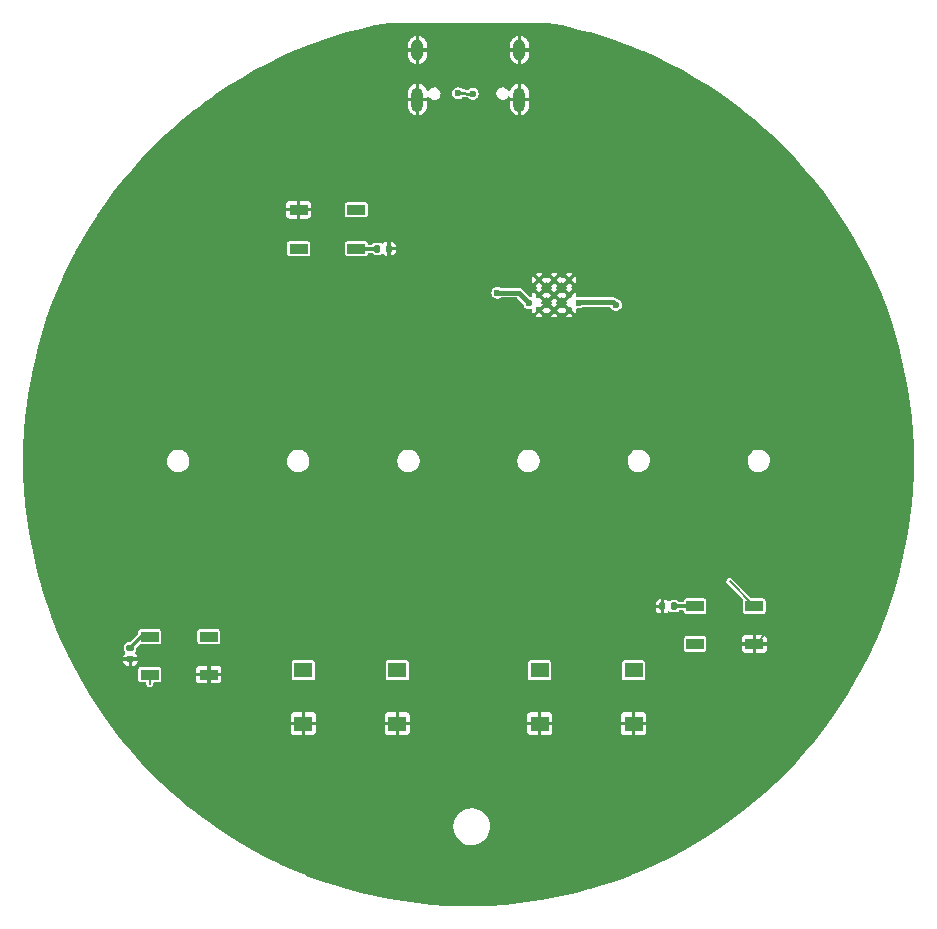
<source format=gbr>
G04 #@! TF.GenerationSoftware,KiCad,Pcbnew,(7.0.0-0)*
G04 #@! TF.CreationDate,2023-03-03T19:29:23-06:00*
G04 #@! TF.ProjectId,RP2040_minimal,52503230-3430-45f6-9d69-6e696d616c2e,REV1*
G04 #@! TF.SameCoordinates,Original*
G04 #@! TF.FileFunction,Copper,L1,Top*
G04 #@! TF.FilePolarity,Positive*
%FSLAX46Y46*%
G04 Gerber Fmt 4.6, Leading zero omitted, Abs format (unit mm)*
G04 Created by KiCad (PCBNEW (7.0.0-0)) date 2023-03-03 19:29:23*
%MOMM*%
%LPD*%
G01*
G04 APERTURE LIST*
G04 Aperture macros list*
%AMRoundRect*
0 Rectangle with rounded corners*
0 $1 Rounding radius*
0 $2 $3 $4 $5 $6 $7 $8 $9 X,Y pos of 4 corners*
0 Add a 4 corners polygon primitive as box body*
4,1,4,$2,$3,$4,$5,$6,$7,$8,$9,$2,$3,0*
0 Add four circle primitives for the rounded corners*
1,1,$1+$1,$2,$3*
1,1,$1+$1,$4,$5*
1,1,$1+$1,$6,$7*
1,1,$1+$1,$8,$9*
0 Add four rect primitives between the rounded corners*
20,1,$1+$1,$2,$3,$4,$5,0*
20,1,$1+$1,$4,$5,$6,$7,0*
20,1,$1+$1,$6,$7,$8,$9,0*
20,1,$1+$1,$8,$9,$2,$3,0*%
G04 Aperture macros list end*
G04 #@! TA.AperFunction,SMDPad,CuDef*
%ADD10R,1.500000X0.900000*%
G04 #@! TD*
G04 #@! TA.AperFunction,SMDPad,CuDef*
%ADD11RoundRect,0.140000X-0.140000X-0.170000X0.140000X-0.170000X0.140000X0.170000X-0.140000X0.170000X0*%
G04 #@! TD*
G04 #@! TA.AperFunction,SMDPad,CuDef*
%ADD12R,1.550000X1.300000*%
G04 #@! TD*
G04 #@! TA.AperFunction,ComponentPad*
%ADD13C,0.600000*%
G04 #@! TD*
G04 #@! TA.AperFunction,SMDPad,CuDef*
%ADD14R,1.501140X0.899160*%
G04 #@! TD*
G04 #@! TA.AperFunction,ComponentPad*
%ADD15O,1.000000X1.800000*%
G04 #@! TD*
G04 #@! TA.AperFunction,ComponentPad*
%ADD16O,1.000000X2.100000*%
G04 #@! TD*
G04 #@! TA.AperFunction,SMDPad,CuDef*
%ADD17RoundRect,0.140000X0.140000X0.170000X-0.140000X0.170000X-0.140000X-0.170000X0.140000X-0.170000X0*%
G04 #@! TD*
G04 #@! TA.AperFunction,SMDPad,CuDef*
%ADD18RoundRect,0.140000X-0.170000X0.140000X-0.170000X-0.140000X0.170000X-0.140000X0.170000X0.140000X0*%
G04 #@! TD*
G04 #@! TA.AperFunction,ViaPad*
%ADD19C,0.600000*%
G04 #@! TD*
G04 #@! TA.AperFunction,Conductor*
%ADD20C,0.150000*%
G04 #@! TD*
G04 #@! TA.AperFunction,Conductor*
%ADD21C,0.200000*%
G04 #@! TD*
G04 #@! TA.AperFunction,Conductor*
%ADD22C,0.300000*%
G04 #@! TD*
G04 #@! TA.AperFunction,Conductor*
%ADD23C,0.400000*%
G04 #@! TD*
G04 #@! TA.AperFunction,Conductor*
%ADD24C,0.250000*%
G04 #@! TD*
G04 APERTURE END LIST*
D10*
X90509999Y-82039999D03*
X90509999Y-78739999D03*
X85609999Y-78739999D03*
X85609999Y-82039999D03*
D11*
X92290000Y-82040000D03*
X93250000Y-82040000D03*
D12*
X86024999Y-117749999D03*
X93974999Y-117749999D03*
X86024999Y-122249999D03*
X93974999Y-122249999D03*
X106024999Y-117749999D03*
X113974999Y-117749999D03*
X106024999Y-122249999D03*
X113974999Y-122249999D03*
D13*
X108522500Y-84692500D03*
X107247500Y-84692500D03*
X105972500Y-84692500D03*
X108522500Y-85967500D03*
X107247500Y-85967500D03*
X105972500Y-85967500D03*
X108522500Y-87242500D03*
X107247500Y-87242500D03*
X105972500Y-87242500D03*
D14*
X119200639Y-112309799D03*
X119200639Y-115510199D03*
X124199359Y-115510199D03*
X124199359Y-112309799D03*
D15*
X95679999Y-65234999D03*
D16*
X95679999Y-69414999D03*
D15*
X104319999Y-65234999D03*
D16*
X104319999Y-69414999D03*
D14*
X73009999Y-114899599D03*
X73009999Y-118099999D03*
X78008719Y-118099999D03*
X78008719Y-114899599D03*
D17*
X117380000Y-112320000D03*
X116420000Y-112320000D03*
D18*
X71369360Y-115839800D03*
X71369360Y-116799800D03*
D19*
X79160000Y-83780000D03*
X84270000Y-78750000D03*
X115424519Y-85494000D03*
X120225019Y-83828500D03*
X117810019Y-85066000D03*
X121735019Y-79676000D03*
X118495019Y-79716000D03*
X118825019Y-88528500D03*
X106980000Y-81280000D03*
X70359360Y-116839800D03*
X92697500Y-89461000D03*
X71659360Y-119089800D03*
X111748378Y-78658378D03*
X110090000Y-91005000D03*
X114154519Y-83017500D03*
X102890000Y-92590000D03*
X110370000Y-81230000D03*
X81420000Y-101050000D03*
X125205320Y-114614000D03*
X99407500Y-89970000D03*
X99180000Y-101290000D03*
X107750000Y-71640000D03*
X78039360Y-119169800D03*
X116313519Y-86700500D03*
X115054490Y-86383494D03*
X96680000Y-75900000D03*
X101750000Y-73550000D03*
X121925019Y-88528500D03*
X115450000Y-98330000D03*
X127239320Y-114915000D03*
X99420000Y-88980000D03*
X79529360Y-113759800D03*
X81600000Y-82930000D03*
X95990000Y-98230000D03*
X79520000Y-95210000D03*
X103960000Y-92640000D03*
X117985320Y-116570000D03*
X92765000Y-76700000D03*
X116325019Y-81112500D03*
X103190000Y-71270000D03*
X118630000Y-101237500D03*
X99547500Y-85917500D03*
X116380000Y-111285000D03*
X97190000Y-72710000D03*
X96040000Y-71090000D03*
X99567500Y-84857500D03*
X115054504Y-87502500D03*
X81140000Y-74000000D03*
X101952500Y-93470000D03*
X117760019Y-82766000D03*
X108870000Y-71570000D03*
X102447494Y-85767500D03*
X105147500Y-86657500D03*
X112472500Y-86802500D03*
X109357500Y-86605000D03*
X99130000Y-68870000D03*
X100355500Y-68925878D03*
D20*
X84270000Y-78750000D02*
X84260000Y-78760000D01*
X84270000Y-78750000D02*
X84270000Y-78750000D01*
X84270000Y-78750000D02*
X84270000Y-78750000D01*
X84280000Y-78740000D02*
X84270000Y-78750000D01*
D21*
X85610000Y-78740000D02*
X84280000Y-78740000D01*
D22*
X90510000Y-82040000D02*
X92290000Y-82040000D01*
D20*
X78039360Y-119169800D02*
X78039360Y-118861080D01*
X78039360Y-118861080D02*
X78008720Y-118830440D01*
X78008720Y-118830440D02*
X78008720Y-118100000D01*
X124234680Y-115584680D02*
X125205320Y-114614040D01*
X71329360Y-116839800D02*
X71369360Y-116799800D01*
X125205320Y-114614040D02*
X125205320Y-114614000D01*
X116380000Y-111285000D02*
X116380000Y-112255000D01*
X70359360Y-116839800D02*
X71329360Y-116839800D01*
D23*
X109414970Y-86560000D02*
X109382470Y-86592500D01*
X102447494Y-85767500D02*
X104257500Y-85767500D01*
X104257500Y-85767500D02*
X105147500Y-86657500D01*
X112472500Y-86802500D02*
X112230000Y-86560000D01*
X112230000Y-86560000D02*
X109414970Y-86560000D01*
D24*
X99114122Y-68925878D02*
X99130000Y-68870000D01*
X99130000Y-68870000D02*
X100355500Y-68925878D01*
X99080000Y-68960000D02*
X99114122Y-68925878D01*
D22*
X72309560Y-114899600D02*
X73010000Y-114899600D01*
X117390200Y-112309800D02*
X117380000Y-112320000D01*
X71369360Y-115839800D02*
X72309560Y-114899600D01*
X119200640Y-112309800D02*
X119200640Y-112240640D01*
X119200640Y-112309800D02*
X117390200Y-112309800D01*
D20*
X122111280Y-110221720D02*
X124199360Y-112309800D01*
X73010000Y-118100000D02*
X73010000Y-118910440D01*
G04 #@! TA.AperFunction,Conductor*
G36*
X106707064Y-62902363D02*
G01*
X107876433Y-63132505D01*
X107879495Y-63133159D01*
X109066145Y-63406894D01*
X109069233Y-63407660D01*
X109393584Y-63493632D01*
X110246296Y-63719651D01*
X110249381Y-63720522D01*
X111415756Y-64070474D01*
X111418812Y-64071445D01*
X112573274Y-64458993D01*
X112576250Y-64460046D01*
X113717554Y-64884774D01*
X113720463Y-64885910D01*
X114725975Y-65297645D01*
X114847439Y-65347382D01*
X114850386Y-65348645D01*
X115961803Y-65846358D01*
X115964644Y-65847686D01*
X117059397Y-66381145D01*
X117062178Y-66382557D01*
X118139064Y-66951176D01*
X118141862Y-66952713D01*
X119199724Y-67555880D01*
X119202463Y-67557501D01*
X120240261Y-68194620D01*
X120242930Y-68196318D01*
X121259593Y-68866736D01*
X121262187Y-68868508D01*
X122256582Y-69571479D01*
X122259130Y-69573342D01*
X122600730Y-69831818D01*
X123230232Y-70308138D01*
X123232757Y-70310114D01*
X123523398Y-70545211D01*
X124179532Y-71075951D01*
X124181949Y-71077971D01*
X124580785Y-71422538D01*
X125103472Y-71874103D01*
X125105826Y-71876204D01*
X126001118Y-72701789D01*
X126003365Y-72703931D01*
X126871401Y-73558024D01*
X126873618Y-73560276D01*
X127713537Y-74442023D01*
X127715711Y-74444380D01*
X128526638Y-75352864D01*
X128528734Y-75355291D01*
X129309800Y-76289537D01*
X129311786Y-76291993D01*
X130062203Y-77251060D01*
X130064138Y-77253617D01*
X130783091Y-78236460D01*
X130784942Y-78239078D01*
X131471699Y-79244701D01*
X131473464Y-79247378D01*
X132127290Y-80274697D01*
X132128967Y-80277429D01*
X132749188Y-81325390D01*
X132750770Y-81328166D01*
X132830899Y-81474144D01*
X133336725Y-82395652D01*
X133338222Y-82398487D01*
X133889297Y-83484376D01*
X133890702Y-83487258D01*
X134406343Y-84590460D01*
X134407653Y-84593386D01*
X134887285Y-85712674D01*
X134888500Y-85715641D01*
X135331643Y-86849893D01*
X135332761Y-86852898D01*
X135738932Y-88000873D01*
X135739953Y-88003913D01*
X136108752Y-89164485D01*
X136109673Y-89167556D01*
X136440682Y-90339409D01*
X136441504Y-90342508D01*
X136734409Y-91524529D01*
X136735129Y-91527653D01*
X136989592Y-92718489D01*
X136990211Y-92721635D01*
X137205981Y-93920094D01*
X137206498Y-93923258D01*
X137383345Y-95128063D01*
X137383760Y-95131243D01*
X137521505Y-96341184D01*
X137521816Y-96344375D01*
X137620309Y-97558135D01*
X137620516Y-97561334D01*
X137679650Y-98777612D01*
X137679754Y-98780817D01*
X137699474Y-99998396D01*
X137699474Y-100001602D01*
X137679754Y-101219182D01*
X137679650Y-101222387D01*
X137620516Y-102438665D01*
X137620309Y-102441864D01*
X137521816Y-103655624D01*
X137521505Y-103658815D01*
X137383760Y-104868756D01*
X137383345Y-104871936D01*
X137206498Y-106076741D01*
X137205981Y-106079905D01*
X136990211Y-107278364D01*
X136989592Y-107281510D01*
X136735129Y-108472346D01*
X136734409Y-108475470D01*
X136441504Y-109657491D01*
X136440682Y-109660590D01*
X136109673Y-110832443D01*
X136108752Y-110835514D01*
X135739953Y-111996086D01*
X135738932Y-111999126D01*
X135332761Y-113147101D01*
X135331643Y-113150106D01*
X134888500Y-114284358D01*
X134887285Y-114287325D01*
X134407653Y-115406613D01*
X134406343Y-115409539D01*
X133890702Y-116512741D01*
X133889297Y-116515623D01*
X133338222Y-117601512D01*
X133336725Y-117604347D01*
X132750776Y-118671823D01*
X132749188Y-118674609D01*
X132128967Y-119722570D01*
X132127290Y-119725302D01*
X131473464Y-120752621D01*
X131471699Y-120755298D01*
X130784942Y-121760921D01*
X130783091Y-121763539D01*
X130064138Y-122746382D01*
X130062203Y-122748939D01*
X129311801Y-123707988D01*
X129309785Y-123710480D01*
X128528734Y-124644708D01*
X128526638Y-124647135D01*
X127715711Y-125555619D01*
X127713537Y-125557976D01*
X126873634Y-126439707D01*
X126871385Y-126441992D01*
X126003386Y-127296048D01*
X126001085Y-127298240D01*
X125105864Y-128123761D01*
X125103472Y-128125896D01*
X124181970Y-128922010D01*
X124179510Y-128924066D01*
X123232757Y-129689885D01*
X123230232Y-129691861D01*
X122259150Y-130426642D01*
X122256562Y-130428535D01*
X121262213Y-131131473D01*
X121259566Y-131133281D01*
X120242948Y-131803669D01*
X120240243Y-131805390D01*
X119202484Y-132442486D01*
X119199724Y-132444119D01*
X118141862Y-133047286D01*
X118139052Y-133048829D01*
X117062217Y-133617422D01*
X117059358Y-133618873D01*
X115964676Y-134152298D01*
X115961771Y-134153656D01*
X114850386Y-134651354D01*
X114847439Y-134652617D01*
X113720501Y-135114074D01*
X113717515Y-135115240D01*
X112576274Y-135539944D01*
X112573251Y-135541014D01*
X111418812Y-135928554D01*
X111415756Y-135929525D01*
X110249381Y-136279477D01*
X110246296Y-136280348D01*
X109069245Y-136592336D01*
X109066133Y-136593108D01*
X107879532Y-136866832D01*
X107876396Y-136867502D01*
X106681584Y-137102651D01*
X106678429Y-137103219D01*
X105476609Y-137299559D01*
X105473437Y-137300024D01*
X104265933Y-137457337D01*
X104262747Y-137457700D01*
X103050737Y-137575834D01*
X103047541Y-137576093D01*
X101832380Y-137654916D01*
X101829178Y-137655072D01*
X100612076Y-137694505D01*
X100608870Y-137694557D01*
X99391130Y-137694557D01*
X99387924Y-137694505D01*
X98170821Y-137655072D01*
X98167619Y-137654916D01*
X96952458Y-137576093D01*
X96949262Y-137575834D01*
X95737252Y-137457700D01*
X95734066Y-137457337D01*
X94526562Y-137300024D01*
X94523390Y-137299559D01*
X93321570Y-137103219D01*
X93318415Y-137102651D01*
X92123603Y-136867502D01*
X92120467Y-136866832D01*
X90933866Y-136593108D01*
X90930754Y-136592336D01*
X89753703Y-136280348D01*
X89750618Y-136279477D01*
X88584243Y-135929525D01*
X88581187Y-135928554D01*
X87426748Y-135541014D01*
X87423725Y-135539944D01*
X86534552Y-135209045D01*
X86282479Y-135115238D01*
X86279498Y-135114074D01*
X85152560Y-134652617D01*
X85149613Y-134651354D01*
X84169542Y-134212461D01*
X84038223Y-134153654D01*
X84035323Y-134152298D01*
X82940627Y-133618865D01*
X82937797Y-133617429D01*
X81860947Y-133048829D01*
X81858137Y-133047286D01*
X80800275Y-132444119D01*
X80797515Y-132442486D01*
X80444399Y-132225703D01*
X79759754Y-131805389D01*
X79757051Y-131803669D01*
X78973823Y-131287185D01*
X78740420Y-131133272D01*
X78737786Y-131131473D01*
X78617729Y-131046601D01*
X78612119Y-131042635D01*
X98715718Y-131042635D01*
X98716198Y-131046594D01*
X98716199Y-131046601D01*
X98745411Y-131287185D01*
X98745412Y-131287193D01*
X98745893Y-131291149D01*
X98747003Y-131294983D01*
X98747004Y-131294985D01*
X98814429Y-131527767D01*
X98814431Y-131527773D01*
X98815541Y-131531604D01*
X98817249Y-131535204D01*
X98817250Y-131535206D01*
X98863586Y-131632858D01*
X98922859Y-131757772D01*
X98925123Y-131761052D01*
X98925126Y-131761057D01*
X99062795Y-131960504D01*
X99065068Y-131963797D01*
X99067833Y-131966676D01*
X99067835Y-131966678D01*
X99157672Y-132060208D01*
X99238484Y-132144341D01*
X99438615Y-132294730D01*
X99660279Y-132411069D01*
X99897734Y-132490343D01*
X100144831Y-132530500D01*
X100330480Y-132530500D01*
X100332481Y-132530500D01*
X100519527Y-132515400D01*
X100762591Y-132455490D01*
X100992897Y-132357366D01*
X101204481Y-132223568D01*
X101391862Y-132057563D01*
X101550188Y-131863650D01*
X101675357Y-131646850D01*
X101764128Y-131412780D01*
X101814202Y-131167500D01*
X101824282Y-130917365D01*
X101794107Y-130668851D01*
X101724459Y-130428396D01*
X101617141Y-130202228D01*
X101474932Y-129996203D01*
X101384868Y-129902437D01*
X101304272Y-129818528D01*
X101304270Y-129818526D01*
X101301516Y-129815659D01*
X101298338Y-129813271D01*
X101298336Y-129813269D01*
X101135491Y-129690899D01*
X101101385Y-129665270D01*
X101097857Y-129663418D01*
X101097855Y-129663417D01*
X100883251Y-129550783D01*
X100883243Y-129550779D01*
X100879721Y-129548931D01*
X100875938Y-129547668D01*
X100646053Y-129470921D01*
X100646049Y-129470920D01*
X100642266Y-129469657D01*
X100638334Y-129469018D01*
X100638326Y-129469016D01*
X100399106Y-129430139D01*
X100399095Y-129430138D01*
X100395169Y-129429500D01*
X100207519Y-129429500D01*
X100205548Y-129429659D01*
X100205525Y-129429660D01*
X100024453Y-129444278D01*
X100024444Y-129444279D01*
X100020473Y-129444600D01*
X100016595Y-129445555D01*
X100016594Y-129445556D01*
X99781287Y-129503554D01*
X99781285Y-129503554D01*
X99777409Y-129504510D01*
X99773745Y-129506070D01*
X99773736Y-129506074D01*
X99550772Y-129601070D01*
X99550764Y-129601074D01*
X99547103Y-129602634D01*
X99543743Y-129604758D01*
X99543731Y-129604765D01*
X99338896Y-129734296D01*
X99338891Y-129734299D01*
X99335519Y-129736432D01*
X99332533Y-129739076D01*
X99332528Y-129739081D01*
X99151124Y-129899791D01*
X99151119Y-129899795D01*
X99148138Y-129902437D01*
X99145621Y-129905519D01*
X99145613Y-129905528D01*
X98992332Y-130093263D01*
X98989812Y-130096350D01*
X98987827Y-130099786D01*
X98987820Y-130099798D01*
X98866635Y-130309698D01*
X98866630Y-130309707D01*
X98864643Y-130313150D01*
X98863233Y-130316866D01*
X98863229Y-130316876D01*
X98777287Y-130543487D01*
X98777284Y-130543495D01*
X98775872Y-130547220D01*
X98775073Y-130551129D01*
X98775072Y-130551136D01*
X98751824Y-130665014D01*
X98725798Y-130792500D01*
X98725637Y-130796484D01*
X98725637Y-130796488D01*
X98715878Y-131038645D01*
X98715878Y-131038654D01*
X98715718Y-131042635D01*
X78612119Y-131042635D01*
X77743428Y-130428528D01*
X77740849Y-130426642D01*
X77738405Y-130424793D01*
X77171983Y-129996203D01*
X76769767Y-129691861D01*
X76767242Y-129689885D01*
X76269815Y-129287521D01*
X75820473Y-128924053D01*
X75818044Y-128922023D01*
X74896526Y-128125895D01*
X74894170Y-128123792D01*
X73998883Y-127298211D01*
X73996632Y-127296066D01*
X73128597Y-126441975D01*
X73126382Y-126439724D01*
X72286445Y-125557957D01*
X72284305Y-125555638D01*
X71473361Y-124647135D01*
X71471265Y-124644708D01*
X71436225Y-124602796D01*
X70690193Y-123710455D01*
X70688218Y-123708013D01*
X70088806Y-122941937D01*
X84950001Y-122941937D01*
X84950329Y-122947627D01*
X84952052Y-122962479D01*
X84955917Y-122976685D01*
X84994508Y-123064088D01*
X85004697Y-123078962D01*
X85071037Y-123145302D01*
X85085911Y-123155491D01*
X85173312Y-123194082D01*
X85187524Y-123197948D01*
X85202358Y-123199669D01*
X85208072Y-123200000D01*
X85861967Y-123200000D01*
X85872245Y-123197245D01*
X85875000Y-123186967D01*
X85875000Y-123186966D01*
X86175000Y-123186966D01*
X86177754Y-123197244D01*
X86188033Y-123199999D01*
X86841937Y-123199999D01*
X86847627Y-123199670D01*
X86862479Y-123197947D01*
X86876685Y-123194082D01*
X86964088Y-123155491D01*
X86978962Y-123145302D01*
X87045302Y-123078962D01*
X87055491Y-123064088D01*
X87094082Y-122976687D01*
X87097948Y-122962475D01*
X87099669Y-122947641D01*
X87099999Y-122941937D01*
X92900001Y-122941937D01*
X92900329Y-122947627D01*
X92902052Y-122962479D01*
X92905917Y-122976685D01*
X92944508Y-123064088D01*
X92954697Y-123078962D01*
X93021037Y-123145302D01*
X93035911Y-123155491D01*
X93123312Y-123194082D01*
X93137524Y-123197948D01*
X93152358Y-123199669D01*
X93158072Y-123200000D01*
X93811967Y-123200000D01*
X93822245Y-123197245D01*
X93825000Y-123186967D01*
X93825000Y-123186966D01*
X94125000Y-123186966D01*
X94127754Y-123197244D01*
X94138033Y-123199999D01*
X94791937Y-123199999D01*
X94797627Y-123199670D01*
X94812479Y-123197947D01*
X94826685Y-123194082D01*
X94914088Y-123155491D01*
X94928962Y-123145302D01*
X94995302Y-123078962D01*
X95005491Y-123064088D01*
X95044082Y-122976687D01*
X95047948Y-122962475D01*
X95049669Y-122947641D01*
X95049999Y-122941937D01*
X104950001Y-122941937D01*
X104950329Y-122947627D01*
X104952052Y-122962479D01*
X104955917Y-122976685D01*
X104994508Y-123064088D01*
X105004697Y-123078962D01*
X105071037Y-123145302D01*
X105085911Y-123155491D01*
X105173312Y-123194082D01*
X105187524Y-123197948D01*
X105202358Y-123199669D01*
X105208072Y-123200000D01*
X105861967Y-123200000D01*
X105872245Y-123197245D01*
X105875000Y-123186967D01*
X105875000Y-123186966D01*
X106175000Y-123186966D01*
X106177754Y-123197244D01*
X106188033Y-123199999D01*
X106841937Y-123199999D01*
X106847627Y-123199670D01*
X106862479Y-123197947D01*
X106876685Y-123194082D01*
X106964088Y-123155491D01*
X106978962Y-123145302D01*
X107045302Y-123078962D01*
X107055491Y-123064088D01*
X107094082Y-122976687D01*
X107097948Y-122962475D01*
X107099669Y-122947641D01*
X107099999Y-122941937D01*
X112900001Y-122941937D01*
X112900329Y-122947627D01*
X112902052Y-122962479D01*
X112905917Y-122976685D01*
X112944508Y-123064088D01*
X112954697Y-123078962D01*
X113021037Y-123145302D01*
X113035911Y-123155491D01*
X113123312Y-123194082D01*
X113137524Y-123197948D01*
X113152358Y-123199669D01*
X113158072Y-123200000D01*
X113811967Y-123200000D01*
X113822245Y-123197245D01*
X113825000Y-123186967D01*
X113825000Y-123186966D01*
X114125000Y-123186966D01*
X114127754Y-123197244D01*
X114138033Y-123199999D01*
X114791937Y-123199999D01*
X114797627Y-123199670D01*
X114812479Y-123197947D01*
X114826685Y-123194082D01*
X114914088Y-123155491D01*
X114928962Y-123145302D01*
X114995302Y-123078962D01*
X115005491Y-123064088D01*
X115044082Y-122976687D01*
X115047948Y-122962475D01*
X115049669Y-122947641D01*
X115050000Y-122941928D01*
X115050000Y-122413033D01*
X115047245Y-122402754D01*
X115036967Y-122400000D01*
X114138033Y-122400000D01*
X114127754Y-122402754D01*
X114125000Y-122413033D01*
X114125000Y-123186966D01*
X113825000Y-123186966D01*
X113825000Y-122413033D01*
X113822245Y-122402754D01*
X113811967Y-122400000D01*
X112913034Y-122400000D01*
X112902755Y-122402754D01*
X112900001Y-122413033D01*
X112900001Y-122941937D01*
X107099999Y-122941937D01*
X107100000Y-122941928D01*
X107100000Y-122413033D01*
X107097245Y-122402754D01*
X107086967Y-122400000D01*
X106188033Y-122400000D01*
X106177754Y-122402754D01*
X106175000Y-122413033D01*
X106175000Y-123186966D01*
X105875000Y-123186966D01*
X105875000Y-122413033D01*
X105872245Y-122402754D01*
X105861967Y-122400000D01*
X104963034Y-122400000D01*
X104952755Y-122402754D01*
X104950001Y-122413033D01*
X104950001Y-122941937D01*
X95049999Y-122941937D01*
X95050000Y-122941928D01*
X95050000Y-122413033D01*
X95047245Y-122402754D01*
X95036967Y-122400000D01*
X94138033Y-122400000D01*
X94127754Y-122402754D01*
X94125000Y-122413033D01*
X94125000Y-123186966D01*
X93825000Y-123186966D01*
X93825000Y-122413033D01*
X93822245Y-122402754D01*
X93811967Y-122400000D01*
X92913034Y-122400000D01*
X92902755Y-122402754D01*
X92900001Y-122413033D01*
X92900001Y-122941937D01*
X87099999Y-122941937D01*
X87100000Y-122941928D01*
X87100000Y-122413033D01*
X87097245Y-122402754D01*
X87086967Y-122400000D01*
X86188033Y-122400000D01*
X86177754Y-122402754D01*
X86175000Y-122413033D01*
X86175000Y-123186966D01*
X85875000Y-123186966D01*
X85875000Y-122413033D01*
X85872245Y-122402754D01*
X85861967Y-122400000D01*
X84963034Y-122400000D01*
X84952755Y-122402754D01*
X84950001Y-122413033D01*
X84950001Y-122941937D01*
X70088806Y-122941937D01*
X69937785Y-122748925D01*
X69935861Y-122746382D01*
X69682481Y-122400000D01*
X69453497Y-122086967D01*
X84950000Y-122086967D01*
X84952754Y-122097245D01*
X84963033Y-122100000D01*
X85861967Y-122100000D01*
X85872245Y-122097245D01*
X85875000Y-122086967D01*
X86175000Y-122086967D01*
X86177754Y-122097245D01*
X86188033Y-122100000D01*
X87086966Y-122100000D01*
X87097244Y-122097245D01*
X87099999Y-122086967D01*
X92900000Y-122086967D01*
X92902754Y-122097245D01*
X92913033Y-122100000D01*
X93811967Y-122100000D01*
X93822245Y-122097245D01*
X93825000Y-122086967D01*
X94125000Y-122086967D01*
X94127754Y-122097245D01*
X94138033Y-122100000D01*
X95036966Y-122100000D01*
X95047244Y-122097245D01*
X95049999Y-122086967D01*
X104950000Y-122086967D01*
X104952754Y-122097245D01*
X104963033Y-122100000D01*
X105861967Y-122100000D01*
X105872245Y-122097245D01*
X105875000Y-122086967D01*
X106175000Y-122086967D01*
X106177754Y-122097245D01*
X106188033Y-122100000D01*
X107086966Y-122100000D01*
X107097244Y-122097245D01*
X107099999Y-122086967D01*
X112900000Y-122086967D01*
X112902754Y-122097245D01*
X112913033Y-122100000D01*
X113811967Y-122100000D01*
X113822245Y-122097245D01*
X113825000Y-122086967D01*
X114125000Y-122086967D01*
X114127754Y-122097245D01*
X114138033Y-122100000D01*
X115036966Y-122100000D01*
X115047244Y-122097245D01*
X115049999Y-122086967D01*
X115049999Y-121558063D01*
X115049670Y-121552372D01*
X115047947Y-121537520D01*
X115044082Y-121523314D01*
X115005491Y-121435911D01*
X114995302Y-121421037D01*
X114928962Y-121354697D01*
X114914088Y-121344508D01*
X114826687Y-121305917D01*
X114812475Y-121302051D01*
X114797641Y-121300330D01*
X114791928Y-121300000D01*
X114138033Y-121300000D01*
X114127754Y-121302754D01*
X114125000Y-121313033D01*
X114125000Y-122086967D01*
X113825000Y-122086967D01*
X113825000Y-121313034D01*
X113822245Y-121302755D01*
X113811967Y-121300001D01*
X113158063Y-121300001D01*
X113152372Y-121300329D01*
X113137520Y-121302052D01*
X113123314Y-121305917D01*
X113035911Y-121344508D01*
X113021037Y-121354697D01*
X112954697Y-121421037D01*
X112944508Y-121435911D01*
X112905917Y-121523312D01*
X112902051Y-121537524D01*
X112900330Y-121552358D01*
X112900000Y-121558072D01*
X112900000Y-122086967D01*
X107099999Y-122086967D01*
X107099999Y-121558063D01*
X107099670Y-121552372D01*
X107097947Y-121537520D01*
X107094082Y-121523314D01*
X107055491Y-121435911D01*
X107045302Y-121421037D01*
X106978962Y-121354697D01*
X106964088Y-121344508D01*
X106876687Y-121305917D01*
X106862475Y-121302051D01*
X106847641Y-121300330D01*
X106841928Y-121300000D01*
X106188033Y-121300000D01*
X106177754Y-121302754D01*
X106175000Y-121313033D01*
X106175000Y-122086967D01*
X105875000Y-122086967D01*
X105875000Y-121313034D01*
X105872245Y-121302755D01*
X105861967Y-121300001D01*
X105208063Y-121300001D01*
X105202372Y-121300329D01*
X105187520Y-121302052D01*
X105173314Y-121305917D01*
X105085911Y-121344508D01*
X105071037Y-121354697D01*
X105004697Y-121421037D01*
X104994508Y-121435911D01*
X104955917Y-121523312D01*
X104952051Y-121537524D01*
X104950330Y-121552358D01*
X104950000Y-121558072D01*
X104950000Y-122086967D01*
X95049999Y-122086967D01*
X95049999Y-121558063D01*
X95049670Y-121552372D01*
X95047947Y-121537520D01*
X95044082Y-121523314D01*
X95005491Y-121435911D01*
X94995302Y-121421037D01*
X94928962Y-121354697D01*
X94914088Y-121344508D01*
X94826687Y-121305917D01*
X94812475Y-121302051D01*
X94797641Y-121300330D01*
X94791928Y-121300000D01*
X94138033Y-121300000D01*
X94127754Y-121302754D01*
X94125000Y-121313033D01*
X94125000Y-122086967D01*
X93825000Y-122086967D01*
X93825000Y-121313034D01*
X93822245Y-121302755D01*
X93811967Y-121300001D01*
X93158063Y-121300001D01*
X93152372Y-121300329D01*
X93137520Y-121302052D01*
X93123314Y-121305917D01*
X93035911Y-121344508D01*
X93021037Y-121354697D01*
X92954697Y-121421037D01*
X92944508Y-121435911D01*
X92905917Y-121523312D01*
X92902051Y-121537524D01*
X92900330Y-121552358D01*
X92900000Y-121558072D01*
X92900000Y-122086967D01*
X87099999Y-122086967D01*
X87099999Y-121558063D01*
X87099670Y-121552372D01*
X87097947Y-121537520D01*
X87094082Y-121523314D01*
X87055491Y-121435911D01*
X87045302Y-121421037D01*
X86978962Y-121354697D01*
X86964088Y-121344508D01*
X86876687Y-121305917D01*
X86862475Y-121302051D01*
X86847641Y-121300330D01*
X86841928Y-121300000D01*
X86188033Y-121300000D01*
X86177754Y-121302754D01*
X86175000Y-121313033D01*
X86175000Y-122086967D01*
X85875000Y-122086967D01*
X85875000Y-121313034D01*
X85872245Y-121302755D01*
X85861967Y-121300001D01*
X85208063Y-121300001D01*
X85202372Y-121300329D01*
X85187520Y-121302052D01*
X85173314Y-121305917D01*
X85085911Y-121344508D01*
X85071037Y-121354697D01*
X85004697Y-121421037D01*
X84994508Y-121435911D01*
X84955917Y-121523312D01*
X84952051Y-121537524D01*
X84950330Y-121552358D01*
X84950000Y-121558072D01*
X84950000Y-122086967D01*
X69453497Y-122086967D01*
X69216901Y-121763529D01*
X69215057Y-121760921D01*
X68528300Y-120755298D01*
X68526535Y-120752621D01*
X67872709Y-119725302D01*
X67871032Y-119722570D01*
X67250794Y-118674580D01*
X67249240Y-118671853D01*
X67192963Y-118569328D01*
X72058930Y-118569328D01*
X72059876Y-118574086D01*
X72059877Y-118574091D01*
X72068660Y-118618246D01*
X72070563Y-118627811D01*
X72114878Y-118694132D01*
X72181199Y-118738447D01*
X72239682Y-118750080D01*
X72635500Y-118750080D01*
X72685000Y-118763343D01*
X72721237Y-118799580D01*
X72734500Y-118849080D01*
X72734500Y-118937573D01*
X72750485Y-119017935D01*
X72811376Y-119109064D01*
X72902505Y-119169955D01*
X73010000Y-119191337D01*
X73117495Y-119169955D01*
X73208624Y-119109064D01*
X73269515Y-119017935D01*
X73285500Y-118937573D01*
X73285500Y-118849080D01*
X73298763Y-118799580D01*
X73335000Y-118763343D01*
X73384500Y-118750080D01*
X73775460Y-118750080D01*
X73780318Y-118750080D01*
X73838801Y-118738447D01*
X73905122Y-118694132D01*
X73949437Y-118627811D01*
X73956656Y-118591517D01*
X76958151Y-118591517D01*
X76958479Y-118597207D01*
X76960202Y-118612059D01*
X76964067Y-118626265D01*
X77002658Y-118713668D01*
X77012847Y-118728542D01*
X77079187Y-118794882D01*
X77094061Y-118805071D01*
X77181462Y-118843662D01*
X77195674Y-118847528D01*
X77210508Y-118849249D01*
X77216222Y-118849580D01*
X77845687Y-118849580D01*
X77855965Y-118846825D01*
X77858720Y-118836547D01*
X77858720Y-118836546D01*
X78158720Y-118836546D01*
X78161474Y-118846824D01*
X78171753Y-118849579D01*
X78801227Y-118849579D01*
X78806917Y-118849250D01*
X78821769Y-118847527D01*
X78835975Y-118843662D01*
X78923378Y-118805071D01*
X78938252Y-118794882D01*
X79004592Y-118728542D01*
X79014781Y-118713668D01*
X79053372Y-118626267D01*
X79057238Y-118612055D01*
X79058959Y-118597221D01*
X79059290Y-118591508D01*
X79059290Y-118419748D01*
X85049500Y-118419748D01*
X85061133Y-118478231D01*
X85105448Y-118544552D01*
X85171769Y-118588867D01*
X85230252Y-118600500D01*
X86814890Y-118600500D01*
X86819748Y-118600500D01*
X86878231Y-118588867D01*
X86944552Y-118544552D01*
X86988867Y-118478231D01*
X87000500Y-118419748D01*
X92999500Y-118419748D01*
X93011133Y-118478231D01*
X93055448Y-118544552D01*
X93121769Y-118588867D01*
X93180252Y-118600500D01*
X94764890Y-118600500D01*
X94769748Y-118600500D01*
X94828231Y-118588867D01*
X94894552Y-118544552D01*
X94938867Y-118478231D01*
X94950500Y-118419748D01*
X105049500Y-118419748D01*
X105061133Y-118478231D01*
X105105448Y-118544552D01*
X105171769Y-118588867D01*
X105230252Y-118600500D01*
X106814890Y-118600500D01*
X106819748Y-118600500D01*
X106878231Y-118588867D01*
X106944552Y-118544552D01*
X106988867Y-118478231D01*
X107000500Y-118419748D01*
X112999500Y-118419748D01*
X113011133Y-118478231D01*
X113055448Y-118544552D01*
X113121769Y-118588867D01*
X113180252Y-118600500D01*
X114764890Y-118600500D01*
X114769748Y-118600500D01*
X114828231Y-118588867D01*
X114894552Y-118544552D01*
X114938867Y-118478231D01*
X114950500Y-118419748D01*
X114950500Y-117080252D01*
X114938867Y-117021769D01*
X114894552Y-116955448D01*
X114886441Y-116950028D01*
X114836340Y-116916551D01*
X114836338Y-116916550D01*
X114828231Y-116911133D01*
X114818667Y-116909230D01*
X114818666Y-116909230D01*
X114774511Y-116900447D01*
X114774506Y-116900446D01*
X114769748Y-116899500D01*
X113180252Y-116899500D01*
X113175494Y-116900446D01*
X113175488Y-116900447D01*
X113131333Y-116909230D01*
X113131330Y-116909231D01*
X113121769Y-116911133D01*
X113113663Y-116916549D01*
X113113659Y-116916551D01*
X113063558Y-116950028D01*
X113063555Y-116950030D01*
X113055448Y-116955448D01*
X113050030Y-116963555D01*
X113050028Y-116963558D01*
X113016551Y-117013659D01*
X113016549Y-117013663D01*
X113011133Y-117021769D01*
X113009231Y-117031330D01*
X113009230Y-117031333D01*
X113000447Y-117075488D01*
X113000446Y-117075494D01*
X112999500Y-117080252D01*
X112999500Y-118419748D01*
X107000500Y-118419748D01*
X107000500Y-117080252D01*
X106988867Y-117021769D01*
X106944552Y-116955448D01*
X106936441Y-116950028D01*
X106886340Y-116916551D01*
X106886338Y-116916550D01*
X106878231Y-116911133D01*
X106868667Y-116909230D01*
X106868666Y-116909230D01*
X106824511Y-116900447D01*
X106824506Y-116900446D01*
X106819748Y-116899500D01*
X105230252Y-116899500D01*
X105225494Y-116900446D01*
X105225488Y-116900447D01*
X105181333Y-116909230D01*
X105181330Y-116909231D01*
X105171769Y-116911133D01*
X105163663Y-116916549D01*
X105163659Y-116916551D01*
X105113558Y-116950028D01*
X105113555Y-116950030D01*
X105105448Y-116955448D01*
X105100030Y-116963555D01*
X105100028Y-116963558D01*
X105066551Y-117013659D01*
X105066549Y-117013663D01*
X105061133Y-117021769D01*
X105059231Y-117031330D01*
X105059230Y-117031333D01*
X105050447Y-117075488D01*
X105050446Y-117075494D01*
X105049500Y-117080252D01*
X105049500Y-118419748D01*
X94950500Y-118419748D01*
X94950500Y-117080252D01*
X94938867Y-117021769D01*
X94894552Y-116955448D01*
X94886441Y-116950028D01*
X94836340Y-116916551D01*
X94836338Y-116916550D01*
X94828231Y-116911133D01*
X94818667Y-116909230D01*
X94818666Y-116909230D01*
X94774511Y-116900447D01*
X94774506Y-116900446D01*
X94769748Y-116899500D01*
X93180252Y-116899500D01*
X93175494Y-116900446D01*
X93175488Y-116900447D01*
X93131333Y-116909230D01*
X93131330Y-116909231D01*
X93121769Y-116911133D01*
X93113663Y-116916549D01*
X93113659Y-116916551D01*
X93063558Y-116950028D01*
X93063555Y-116950030D01*
X93055448Y-116955448D01*
X93050030Y-116963555D01*
X93050028Y-116963558D01*
X93016551Y-117013659D01*
X93016549Y-117013663D01*
X93011133Y-117021769D01*
X93009231Y-117031330D01*
X93009230Y-117031333D01*
X93000447Y-117075488D01*
X93000446Y-117075494D01*
X92999500Y-117080252D01*
X92999500Y-118419748D01*
X87000500Y-118419748D01*
X87000500Y-117080252D01*
X86988867Y-117021769D01*
X86944552Y-116955448D01*
X86936441Y-116950028D01*
X86886340Y-116916551D01*
X86886338Y-116916550D01*
X86878231Y-116911133D01*
X86868667Y-116909230D01*
X86868666Y-116909230D01*
X86824511Y-116900447D01*
X86824506Y-116900446D01*
X86819748Y-116899500D01*
X85230252Y-116899500D01*
X85225494Y-116900446D01*
X85225488Y-116900447D01*
X85181333Y-116909230D01*
X85181330Y-116909231D01*
X85171769Y-116911133D01*
X85163663Y-116916549D01*
X85163659Y-116916551D01*
X85113558Y-116950028D01*
X85113555Y-116950030D01*
X85105448Y-116955448D01*
X85100030Y-116963555D01*
X85100028Y-116963558D01*
X85066551Y-117013659D01*
X85066549Y-117013663D01*
X85061133Y-117021769D01*
X85059231Y-117031330D01*
X85059230Y-117031333D01*
X85050447Y-117075488D01*
X85050446Y-117075494D01*
X85049500Y-117080252D01*
X85049500Y-118419748D01*
X79059290Y-118419748D01*
X79059290Y-118263033D01*
X79056535Y-118252754D01*
X79046257Y-118250000D01*
X78171753Y-118250000D01*
X78161474Y-118252754D01*
X78158720Y-118263033D01*
X78158720Y-118836546D01*
X77858720Y-118836546D01*
X77858720Y-118263033D01*
X77855965Y-118252754D01*
X77845687Y-118250000D01*
X76971184Y-118250000D01*
X76960905Y-118252754D01*
X76958151Y-118263033D01*
X76958151Y-118591517D01*
X73956656Y-118591517D01*
X73961070Y-118569328D01*
X73961070Y-117936967D01*
X76958150Y-117936967D01*
X76960904Y-117947245D01*
X76971183Y-117950000D01*
X77845687Y-117950000D01*
X77855965Y-117947245D01*
X77858720Y-117936967D01*
X78158720Y-117936967D01*
X78161474Y-117947245D01*
X78171753Y-117950000D01*
X79046256Y-117950000D01*
X79056534Y-117947245D01*
X79059289Y-117936967D01*
X79059289Y-117608483D01*
X79058960Y-117602792D01*
X79057237Y-117587940D01*
X79053372Y-117573734D01*
X79014781Y-117486331D01*
X79004592Y-117471457D01*
X78938252Y-117405117D01*
X78923378Y-117394928D01*
X78835977Y-117356337D01*
X78821765Y-117352471D01*
X78806931Y-117350750D01*
X78801218Y-117350420D01*
X78171753Y-117350420D01*
X78161474Y-117353174D01*
X78158720Y-117363453D01*
X78158720Y-117936967D01*
X77858720Y-117936967D01*
X77858720Y-117363454D01*
X77855965Y-117353175D01*
X77845687Y-117350421D01*
X77216213Y-117350421D01*
X77210522Y-117350749D01*
X77195670Y-117352472D01*
X77181464Y-117356337D01*
X77094061Y-117394928D01*
X77079187Y-117405117D01*
X77012847Y-117471457D01*
X77002658Y-117486331D01*
X76964067Y-117573732D01*
X76960201Y-117587944D01*
X76958480Y-117602778D01*
X76958150Y-117608492D01*
X76958150Y-117936967D01*
X73961070Y-117936967D01*
X73961070Y-117630672D01*
X73949437Y-117572189D01*
X73905122Y-117505868D01*
X73897011Y-117500448D01*
X73846910Y-117466971D01*
X73846908Y-117466970D01*
X73838801Y-117461553D01*
X73829237Y-117459650D01*
X73829236Y-117459650D01*
X73785081Y-117450867D01*
X73785076Y-117450866D01*
X73780318Y-117449920D01*
X72239682Y-117449920D01*
X72234924Y-117450866D01*
X72234918Y-117450867D01*
X72190763Y-117459650D01*
X72190760Y-117459651D01*
X72181199Y-117461553D01*
X72173093Y-117466969D01*
X72173089Y-117466971D01*
X72122988Y-117500448D01*
X72122985Y-117500450D01*
X72114878Y-117505868D01*
X72109460Y-117513975D01*
X72109458Y-117513978D01*
X72075981Y-117564079D01*
X72075979Y-117564083D01*
X72070563Y-117572189D01*
X72068661Y-117581750D01*
X72068660Y-117581753D01*
X72059877Y-117625908D01*
X72059876Y-117625914D01*
X72058930Y-117630672D01*
X72058930Y-118569328D01*
X67192963Y-118569328D01*
X66817414Y-117885157D01*
X66663274Y-117604347D01*
X66661777Y-117601512D01*
X66427930Y-117140719D01*
X66351690Y-116990488D01*
X70759361Y-116990488D01*
X70759576Y-116995105D01*
X70761584Y-117016522D01*
X70764138Y-117028216D01*
X70803504Y-117140719D01*
X70810359Y-117153688D01*
X70880312Y-117248470D01*
X70890689Y-117258847D01*
X70985471Y-117328800D01*
X70998440Y-117335655D01*
X71110947Y-117375022D01*
X71122630Y-117377575D01*
X71144060Y-117379584D01*
X71148668Y-117379800D01*
X71206327Y-117379800D01*
X71216605Y-117377045D01*
X71219360Y-117366767D01*
X71219360Y-117366766D01*
X71519360Y-117366766D01*
X71522114Y-117377044D01*
X71532393Y-117379799D01*
X71590048Y-117379799D01*
X71594665Y-117379583D01*
X71616082Y-117377575D01*
X71627776Y-117375021D01*
X71740279Y-117335655D01*
X71753248Y-117328800D01*
X71848030Y-117258847D01*
X71858407Y-117248470D01*
X71928360Y-117153688D01*
X71935215Y-117140719D01*
X71974582Y-117028212D01*
X71977135Y-117016529D01*
X71979144Y-116995099D01*
X71979360Y-116990492D01*
X71979360Y-116962833D01*
X71976605Y-116952554D01*
X71966327Y-116949800D01*
X71532393Y-116949800D01*
X71522114Y-116952554D01*
X71519360Y-116962833D01*
X71519360Y-117366766D01*
X71219360Y-117366766D01*
X71219360Y-116962833D01*
X71216605Y-116952554D01*
X71206327Y-116949800D01*
X70772394Y-116949800D01*
X70762115Y-116952554D01*
X70759361Y-116962833D01*
X70759361Y-116990488D01*
X66351690Y-116990488D01*
X66172181Y-116636767D01*
X70759360Y-116636767D01*
X70762114Y-116647045D01*
X70772393Y-116649800D01*
X71966326Y-116649800D01*
X71976604Y-116647045D01*
X71979359Y-116636767D01*
X71979359Y-116609112D01*
X71979143Y-116604494D01*
X71977135Y-116583077D01*
X71974581Y-116571383D01*
X71935215Y-116458880D01*
X71928360Y-116445911D01*
X71858407Y-116351129D01*
X71848030Y-116340752D01*
X71832375Y-116329198D01*
X71798559Y-116284549D01*
X71794384Y-116228695D01*
X71813843Y-116192986D01*
X71811490Y-116191339D01*
X71816460Y-116184239D01*
X71822584Y-116178116D01*
X71873332Y-116069287D01*
X71879860Y-116019701D01*
X71879860Y-115979528D01*
X118249570Y-115979528D01*
X118250516Y-115984286D01*
X118250517Y-115984291D01*
X118259300Y-116028446D01*
X118261203Y-116038011D01*
X118266620Y-116046118D01*
X118266621Y-116046120D01*
X118286690Y-116076155D01*
X118305518Y-116104332D01*
X118371839Y-116148647D01*
X118430322Y-116160280D01*
X119966100Y-116160280D01*
X119970958Y-116160280D01*
X120029441Y-116148647D01*
X120095762Y-116104332D01*
X120140077Y-116038011D01*
X120147296Y-116001717D01*
X123148791Y-116001717D01*
X123149119Y-116007407D01*
X123150842Y-116022259D01*
X123154707Y-116036465D01*
X123193298Y-116123868D01*
X123203487Y-116138742D01*
X123269827Y-116205082D01*
X123284701Y-116215271D01*
X123372102Y-116253862D01*
X123386314Y-116257728D01*
X123401148Y-116259449D01*
X123406862Y-116259780D01*
X124036327Y-116259780D01*
X124046605Y-116257025D01*
X124049360Y-116246747D01*
X124049360Y-116246746D01*
X124349360Y-116246746D01*
X124352114Y-116257024D01*
X124362393Y-116259779D01*
X124991867Y-116259779D01*
X124997557Y-116259450D01*
X125012409Y-116257727D01*
X125026615Y-116253862D01*
X125114018Y-116215271D01*
X125128892Y-116205082D01*
X125195232Y-116138742D01*
X125205421Y-116123868D01*
X125244012Y-116036467D01*
X125247878Y-116022255D01*
X125249599Y-116007421D01*
X125249930Y-116001708D01*
X125249930Y-115673233D01*
X125247175Y-115662954D01*
X125236897Y-115660200D01*
X124362393Y-115660200D01*
X124352114Y-115662954D01*
X124349360Y-115673233D01*
X124349360Y-116246746D01*
X124049360Y-116246746D01*
X124049360Y-115673233D01*
X124046605Y-115662954D01*
X124036327Y-115660200D01*
X123161824Y-115660200D01*
X123151545Y-115662954D01*
X123148791Y-115673233D01*
X123148791Y-116001717D01*
X120147296Y-116001717D01*
X120151710Y-115979528D01*
X120151710Y-115347167D01*
X123148790Y-115347167D01*
X123151544Y-115357445D01*
X123161823Y-115360200D01*
X124036327Y-115360200D01*
X124046605Y-115357445D01*
X124049360Y-115347167D01*
X124349360Y-115347167D01*
X124352114Y-115357445D01*
X124362393Y-115360200D01*
X125236896Y-115360200D01*
X125247174Y-115357445D01*
X125249929Y-115347167D01*
X125249929Y-115018683D01*
X125249600Y-115012992D01*
X125247877Y-114998140D01*
X125244012Y-114983934D01*
X125205421Y-114896531D01*
X125195232Y-114881657D01*
X125128892Y-114815317D01*
X125114018Y-114805128D01*
X125026617Y-114766537D01*
X125012405Y-114762671D01*
X124997571Y-114760950D01*
X124991858Y-114760620D01*
X124362393Y-114760620D01*
X124352114Y-114763374D01*
X124349360Y-114773653D01*
X124349360Y-115347167D01*
X124049360Y-115347167D01*
X124049360Y-114773654D01*
X124046605Y-114763375D01*
X124036327Y-114760621D01*
X123406853Y-114760621D01*
X123401162Y-114760949D01*
X123386310Y-114762672D01*
X123372104Y-114766537D01*
X123284701Y-114805128D01*
X123269827Y-114815317D01*
X123203487Y-114881657D01*
X123193298Y-114896531D01*
X123154707Y-114983932D01*
X123150841Y-114998144D01*
X123149120Y-115012978D01*
X123148790Y-115018692D01*
X123148790Y-115347167D01*
X120151710Y-115347167D01*
X120151710Y-115040872D01*
X120140077Y-114982389D01*
X120095762Y-114916068D01*
X120087651Y-114910648D01*
X120037550Y-114877171D01*
X120037548Y-114877170D01*
X120029441Y-114871753D01*
X120019877Y-114869850D01*
X120019876Y-114869850D01*
X119975721Y-114861067D01*
X119975716Y-114861066D01*
X119970958Y-114860120D01*
X118430322Y-114860120D01*
X118425564Y-114861066D01*
X118425558Y-114861067D01*
X118381403Y-114869850D01*
X118381400Y-114869851D01*
X118371839Y-114871753D01*
X118363733Y-114877169D01*
X118363729Y-114877171D01*
X118313628Y-114910648D01*
X118313625Y-114910650D01*
X118305518Y-114916068D01*
X118300100Y-114924175D01*
X118300098Y-114924178D01*
X118266621Y-114974279D01*
X118266619Y-114974283D01*
X118261203Y-114982389D01*
X118259301Y-114991950D01*
X118259300Y-114991953D01*
X118250517Y-115036108D01*
X118250516Y-115036114D01*
X118249570Y-115040872D01*
X118249570Y-115979528D01*
X71879860Y-115979528D01*
X71879859Y-115865988D01*
X71887395Y-115828104D01*
X71908852Y-115795988D01*
X72131768Y-115573072D01*
X72173033Y-115548340D01*
X72221086Y-115545981D01*
X72228096Y-115547375D01*
X72234915Y-115548732D01*
X72234917Y-115548732D01*
X72239682Y-115549680D01*
X73775460Y-115549680D01*
X73780318Y-115549680D01*
X73838801Y-115538047D01*
X73905122Y-115493732D01*
X73949437Y-115427411D01*
X73961070Y-115368928D01*
X77057650Y-115368928D01*
X77058596Y-115373686D01*
X77058597Y-115373691D01*
X77067380Y-115417846D01*
X77069283Y-115427411D01*
X77113598Y-115493732D01*
X77179919Y-115538047D01*
X77238402Y-115549680D01*
X78774180Y-115549680D01*
X78779038Y-115549680D01*
X78837521Y-115538047D01*
X78903842Y-115493732D01*
X78948157Y-115427411D01*
X78959790Y-115368928D01*
X78959790Y-114430272D01*
X78948157Y-114371789D01*
X78903842Y-114305468D01*
X78876690Y-114287325D01*
X78845630Y-114266571D01*
X78845628Y-114266570D01*
X78837521Y-114261153D01*
X78827957Y-114259250D01*
X78827956Y-114259250D01*
X78783801Y-114250467D01*
X78783796Y-114250466D01*
X78779038Y-114249520D01*
X77238402Y-114249520D01*
X77233644Y-114250466D01*
X77233638Y-114250467D01*
X77189483Y-114259250D01*
X77189480Y-114259251D01*
X77179919Y-114261153D01*
X77171813Y-114266569D01*
X77171809Y-114266571D01*
X77121708Y-114300048D01*
X77121705Y-114300050D01*
X77113598Y-114305468D01*
X77108180Y-114313575D01*
X77108178Y-114313578D01*
X77074701Y-114363679D01*
X77074699Y-114363683D01*
X77069283Y-114371789D01*
X77067381Y-114381350D01*
X77067380Y-114381353D01*
X77058597Y-114425508D01*
X77058596Y-114425514D01*
X77057650Y-114430272D01*
X77057650Y-115368928D01*
X73961070Y-115368928D01*
X73961070Y-114430272D01*
X73949437Y-114371789D01*
X73905122Y-114305468D01*
X73877970Y-114287325D01*
X73846910Y-114266571D01*
X73846908Y-114266570D01*
X73838801Y-114261153D01*
X73829237Y-114259250D01*
X73829236Y-114259250D01*
X73785081Y-114250467D01*
X73785076Y-114250466D01*
X73780318Y-114249520D01*
X72239682Y-114249520D01*
X72234924Y-114250466D01*
X72234918Y-114250467D01*
X72190763Y-114259250D01*
X72190760Y-114259251D01*
X72181199Y-114261153D01*
X72173093Y-114266569D01*
X72173089Y-114266571D01*
X72122988Y-114300048D01*
X72122985Y-114300050D01*
X72114878Y-114305468D01*
X72109460Y-114313575D01*
X72109458Y-114313578D01*
X72075981Y-114363679D01*
X72075979Y-114363683D01*
X72070563Y-114371789D01*
X72068661Y-114381350D01*
X72068660Y-114381353D01*
X72059877Y-114425508D01*
X72059876Y-114425514D01*
X72058930Y-114430272D01*
X72058930Y-114435130D01*
X72058930Y-114613540D01*
X72051394Y-114651426D01*
X72029933Y-114683544D01*
X71383171Y-115330304D01*
X71351054Y-115351764D01*
X71313169Y-115359300D01*
X71162702Y-115359300D01*
X71162687Y-115359300D01*
X71159460Y-115359301D01*
X71156250Y-115359723D01*
X71156242Y-115359724D01*
X71117385Y-115364839D01*
X71117383Y-115364839D01*
X71109873Y-115365828D01*
X71103008Y-115369028D01*
X71103005Y-115369030D01*
X71008894Y-115412915D01*
X71008891Y-115412916D01*
X71001044Y-115416576D01*
X70994924Y-115422695D01*
X70994921Y-115422698D01*
X70922258Y-115495361D01*
X70922255Y-115495364D01*
X70916136Y-115501484D01*
X70912476Y-115509331D01*
X70912475Y-115509334D01*
X70868590Y-115603444D01*
X70868588Y-115603450D01*
X70865388Y-115610313D01*
X70864399Y-115617818D01*
X70864398Y-115617825D01*
X70859496Y-115655069D01*
X70858860Y-115659899D01*
X70858860Y-115663138D01*
X70858860Y-115663139D01*
X70858860Y-116016457D01*
X70858860Y-116016472D01*
X70858861Y-116019700D01*
X70859283Y-116022910D01*
X70859284Y-116022917D01*
X70864399Y-116061774D01*
X70865388Y-116069287D01*
X70868589Y-116076153D01*
X70868590Y-116076154D01*
X70899867Y-116143228D01*
X70916136Y-116178116D01*
X70922258Y-116184238D01*
X70927230Y-116191339D01*
X70924880Y-116192983D01*
X70944340Y-116228717D01*
X70940156Y-116284558D01*
X70906346Y-116329196D01*
X70890692Y-116340749D01*
X70880312Y-116351129D01*
X70810359Y-116445911D01*
X70803504Y-116458880D01*
X70764137Y-116571387D01*
X70761584Y-116583070D01*
X70759575Y-116604500D01*
X70759360Y-116609108D01*
X70759360Y-116636767D01*
X66172181Y-116636767D01*
X66110694Y-116515607D01*
X66109297Y-116512741D01*
X66078060Y-116445911D01*
X65593656Y-115409539D01*
X65592346Y-115406613D01*
X65112714Y-114287325D01*
X65111499Y-114284358D01*
X64750641Y-113360720D01*
X64668352Y-113150096D01*
X64667238Y-113147101D01*
X64452680Y-112540688D01*
X115840001Y-112540688D01*
X115840216Y-112545305D01*
X115842224Y-112566722D01*
X115844778Y-112578416D01*
X115884144Y-112690919D01*
X115890999Y-112703888D01*
X115960952Y-112798670D01*
X115971329Y-112809047D01*
X116066111Y-112879000D01*
X116079080Y-112885855D01*
X116191587Y-112925222D01*
X116203270Y-112927775D01*
X116224700Y-112929784D01*
X116229308Y-112930000D01*
X116256967Y-112930000D01*
X116267245Y-112927245D01*
X116270000Y-112916967D01*
X116270000Y-112916966D01*
X116570000Y-112916966D01*
X116572754Y-112927244D01*
X116583033Y-112929999D01*
X116610688Y-112929999D01*
X116615305Y-112929783D01*
X116636722Y-112927775D01*
X116648416Y-112925221D01*
X116760919Y-112885855D01*
X116773888Y-112879000D01*
X116868670Y-112809047D01*
X116879051Y-112798666D01*
X116890600Y-112783018D01*
X116935238Y-112749204D01*
X116991080Y-112745019D01*
X117026816Y-112764479D01*
X117028461Y-112762130D01*
X117035560Y-112767100D01*
X117041684Y-112773224D01*
X117150513Y-112823972D01*
X117200099Y-112830500D01*
X117559900Y-112830499D01*
X117609487Y-112823972D01*
X117718316Y-112773224D01*
X117802243Y-112689296D01*
X117834362Y-112667836D01*
X117872248Y-112660300D01*
X118150570Y-112660300D01*
X118200070Y-112673563D01*
X118236307Y-112709800D01*
X118249570Y-112759300D01*
X118249570Y-112779128D01*
X118250516Y-112783886D01*
X118250517Y-112783891D01*
X118259300Y-112828046D01*
X118261203Y-112837611D01*
X118266620Y-112845718D01*
X118266621Y-112845720D01*
X118293439Y-112885855D01*
X118305518Y-112903932D01*
X118371839Y-112948247D01*
X118430322Y-112959880D01*
X119966100Y-112959880D01*
X119970958Y-112959880D01*
X120029441Y-112948247D01*
X120095762Y-112903932D01*
X120140077Y-112837611D01*
X120151710Y-112779128D01*
X120151710Y-111840472D01*
X120140077Y-111781989D01*
X120095762Y-111715668D01*
X120087603Y-111710216D01*
X120037550Y-111676771D01*
X120037548Y-111676770D01*
X120029441Y-111671353D01*
X120019877Y-111669450D01*
X120019876Y-111669450D01*
X119975721Y-111660667D01*
X119975716Y-111660666D01*
X119970958Y-111659720D01*
X118430322Y-111659720D01*
X118425564Y-111660666D01*
X118425558Y-111660667D01*
X118381403Y-111669450D01*
X118381400Y-111669451D01*
X118371839Y-111671353D01*
X118363733Y-111676769D01*
X118363729Y-111676771D01*
X118313628Y-111710248D01*
X118313625Y-111710250D01*
X118305518Y-111715668D01*
X118300100Y-111723775D01*
X118300098Y-111723778D01*
X118266621Y-111773879D01*
X118266619Y-111773883D01*
X118261203Y-111781989D01*
X118259301Y-111791550D01*
X118259300Y-111791553D01*
X118250517Y-111835708D01*
X118250516Y-111835714D01*
X118249570Y-111840472D01*
X118249570Y-111845330D01*
X118249570Y-111860300D01*
X118236307Y-111909800D01*
X118200070Y-111946037D01*
X118150570Y-111959300D01*
X117851848Y-111959300D01*
X117813962Y-111951764D01*
X117781844Y-111930304D01*
X117724438Y-111872898D01*
X117724437Y-111872897D01*
X117718316Y-111866776D01*
X117697315Y-111856983D01*
X117616355Y-111819230D01*
X117616351Y-111819228D01*
X117609487Y-111816028D01*
X117601979Y-111815039D01*
X117601974Y-111815038D01*
X117563114Y-111809923D01*
X117559901Y-111809500D01*
X117556660Y-111809500D01*
X117203342Y-111809500D01*
X117203326Y-111809500D01*
X117200100Y-111809501D01*
X117196890Y-111809923D01*
X117196882Y-111809924D01*
X117158025Y-111815039D01*
X117158023Y-111815039D01*
X117150513Y-111816028D01*
X117143648Y-111819228D01*
X117143645Y-111819230D01*
X117049534Y-111863115D01*
X117049531Y-111863116D01*
X117041684Y-111866776D01*
X117035562Y-111872897D01*
X117028461Y-111877870D01*
X117026818Y-111875524D01*
X116991058Y-111894985D01*
X116935228Y-111890791D01*
X116890601Y-111856983D01*
X116879050Y-111841332D01*
X116868670Y-111830952D01*
X116773888Y-111760999D01*
X116760919Y-111754144D01*
X116648412Y-111714777D01*
X116636729Y-111712224D01*
X116615299Y-111710215D01*
X116610692Y-111710000D01*
X116583033Y-111710000D01*
X116572754Y-111712754D01*
X116570000Y-111723033D01*
X116570000Y-112916966D01*
X116270000Y-112916966D01*
X116270000Y-112483033D01*
X116267245Y-112472754D01*
X116256967Y-112470000D01*
X115853034Y-112470000D01*
X115842755Y-112472754D01*
X115840001Y-112483033D01*
X115840001Y-112540688D01*
X64452680Y-112540688D01*
X64316914Y-112156967D01*
X115840000Y-112156967D01*
X115842754Y-112167245D01*
X115853033Y-112170000D01*
X116256967Y-112170000D01*
X116267245Y-112167245D01*
X116270000Y-112156967D01*
X116270000Y-111723034D01*
X116267245Y-111712755D01*
X116256967Y-111710001D01*
X116229312Y-111710001D01*
X116224694Y-111710216D01*
X116203277Y-111712224D01*
X116191583Y-111714778D01*
X116079080Y-111754144D01*
X116066111Y-111760999D01*
X115971329Y-111830952D01*
X115960952Y-111841329D01*
X115890999Y-111936111D01*
X115884144Y-111949080D01*
X115844777Y-112061587D01*
X115842224Y-112073270D01*
X115840215Y-112094700D01*
X115840000Y-112099308D01*
X115840000Y-112156967D01*
X64316914Y-112156967D01*
X64261056Y-111999094D01*
X64260056Y-111996117D01*
X63891234Y-110835472D01*
X63890339Y-110832486D01*
X63717818Y-110221720D01*
X121830383Y-110221720D01*
X121832285Y-110231282D01*
X121849862Y-110319651D01*
X121849863Y-110319654D01*
X121851765Y-110329214D01*
X121897286Y-110397342D01*
X121900723Y-110400779D01*
X123226157Y-111726213D01*
X123250890Y-111767479D01*
X123253251Y-111815531D01*
X123249237Y-111835708D01*
X123249236Y-111835714D01*
X123248290Y-111840472D01*
X123248290Y-112779128D01*
X123249236Y-112783886D01*
X123249237Y-112783891D01*
X123258020Y-112828046D01*
X123259923Y-112837611D01*
X123265340Y-112845718D01*
X123265341Y-112845720D01*
X123292159Y-112885855D01*
X123304238Y-112903932D01*
X123370559Y-112948247D01*
X123429042Y-112959880D01*
X124964820Y-112959880D01*
X124969678Y-112959880D01*
X125028161Y-112948247D01*
X125094482Y-112903932D01*
X125138797Y-112837611D01*
X125150430Y-112779128D01*
X125150430Y-111840472D01*
X125138797Y-111781989D01*
X125094482Y-111715668D01*
X125086323Y-111710216D01*
X125036270Y-111676771D01*
X125036268Y-111676770D01*
X125028161Y-111671353D01*
X125018597Y-111669450D01*
X125018596Y-111669450D01*
X124974441Y-111660667D01*
X124974436Y-111660666D01*
X124969678Y-111659720D01*
X124964820Y-111659720D01*
X123979904Y-111659720D01*
X123942018Y-111652184D01*
X123909900Y-111630724D01*
X122290339Y-110011163D01*
X122286902Y-110007726D01*
X122218774Y-109962205D01*
X122209214Y-109960303D01*
X122209211Y-109960302D01*
X122120842Y-109942725D01*
X122111280Y-109940823D01*
X122101718Y-109942725D01*
X122013348Y-109960302D01*
X122013343Y-109960303D01*
X122003786Y-109962205D01*
X121995682Y-109967619D01*
X121995679Y-109967621D01*
X121920765Y-110017677D01*
X121920762Y-110017679D01*
X121912656Y-110023096D01*
X121907239Y-110031202D01*
X121907237Y-110031205D01*
X121857181Y-110106119D01*
X121857179Y-110106122D01*
X121851765Y-110114226D01*
X121849863Y-110123783D01*
X121849862Y-110123788D01*
X121832285Y-110212158D01*
X121830383Y-110221720D01*
X63717818Y-110221720D01*
X63559311Y-109660568D01*
X63558495Y-109657491D01*
X63299155Y-108610920D01*
X63265578Y-108475419D01*
X63264882Y-108472398D01*
X63010407Y-107281510D01*
X63009788Y-107278364D01*
X63008871Y-107273274D01*
X62794013Y-106079877D01*
X62793501Y-106076741D01*
X62616654Y-104871936D01*
X62616239Y-104868756D01*
X62478494Y-103658815D01*
X62478183Y-103655624D01*
X62382745Y-102479509D01*
X62379688Y-102441841D01*
X62379483Y-102438665D01*
X62320349Y-101222387D01*
X62320245Y-101219182D01*
X62301284Y-100048390D01*
X74465824Y-100048390D01*
X74466583Y-100053348D01*
X74466584Y-100053357D01*
X74494335Y-100234505D01*
X74494336Y-100234512D01*
X74495097Y-100239474D01*
X74496841Y-100244184D01*
X74496842Y-100244186D01*
X74560490Y-100416041D01*
X74560493Y-100416048D01*
X74562236Y-100420753D01*
X74564892Y-100425015D01*
X74564893Y-100425016D01*
X74617451Y-100509339D01*
X74664491Y-100584807D01*
X74797677Y-100724919D01*
X74801791Y-100727783D01*
X74801793Y-100727784D01*
X74886291Y-100786596D01*
X74956342Y-100835353D01*
X75133988Y-100911587D01*
X75323344Y-100950500D01*
X75465695Y-100950500D01*
X75468206Y-100950500D01*
X75612321Y-100935845D01*
X75796768Y-100877974D01*
X75965791Y-100784159D01*
X76112468Y-100658240D01*
X76230796Y-100505373D01*
X76315930Y-100331816D01*
X76364385Y-100144674D01*
X76369268Y-100048390D01*
X84625824Y-100048390D01*
X84626583Y-100053348D01*
X84626584Y-100053357D01*
X84654335Y-100234505D01*
X84654336Y-100234512D01*
X84655097Y-100239474D01*
X84656841Y-100244184D01*
X84656842Y-100244186D01*
X84720490Y-100416041D01*
X84720493Y-100416048D01*
X84722236Y-100420753D01*
X84724892Y-100425015D01*
X84724893Y-100425016D01*
X84777451Y-100509339D01*
X84824491Y-100584807D01*
X84957677Y-100724919D01*
X84961791Y-100727783D01*
X84961793Y-100727784D01*
X85046291Y-100786596D01*
X85116342Y-100835353D01*
X85293988Y-100911587D01*
X85483344Y-100950500D01*
X85625695Y-100950500D01*
X85628206Y-100950500D01*
X85772321Y-100935845D01*
X85956768Y-100877974D01*
X86125791Y-100784159D01*
X86272468Y-100658240D01*
X86390796Y-100505373D01*
X86475930Y-100331816D01*
X86524385Y-100144674D01*
X86529268Y-100048390D01*
X93965824Y-100048390D01*
X93966583Y-100053348D01*
X93966584Y-100053357D01*
X93994335Y-100234505D01*
X93994336Y-100234512D01*
X93995097Y-100239474D01*
X93996841Y-100244184D01*
X93996842Y-100244186D01*
X94060490Y-100416041D01*
X94060493Y-100416048D01*
X94062236Y-100420753D01*
X94064892Y-100425015D01*
X94064893Y-100425016D01*
X94117451Y-100509339D01*
X94164491Y-100584807D01*
X94297677Y-100724919D01*
X94301791Y-100727783D01*
X94301793Y-100727784D01*
X94386291Y-100786596D01*
X94456342Y-100835353D01*
X94633988Y-100911587D01*
X94823344Y-100950500D01*
X94965695Y-100950500D01*
X94968206Y-100950500D01*
X95112321Y-100935845D01*
X95296768Y-100877974D01*
X95465791Y-100784159D01*
X95612468Y-100658240D01*
X95730796Y-100505373D01*
X95815930Y-100331816D01*
X95864385Y-100144674D01*
X95869268Y-100048390D01*
X104125824Y-100048390D01*
X104126583Y-100053348D01*
X104126584Y-100053357D01*
X104154335Y-100234505D01*
X104154336Y-100234512D01*
X104155097Y-100239474D01*
X104156841Y-100244184D01*
X104156842Y-100244186D01*
X104220490Y-100416041D01*
X104220493Y-100416048D01*
X104222236Y-100420753D01*
X104224892Y-100425015D01*
X104224893Y-100425016D01*
X104277451Y-100509339D01*
X104324491Y-100584807D01*
X104457677Y-100724919D01*
X104461791Y-100727783D01*
X104461793Y-100727784D01*
X104546291Y-100786596D01*
X104616342Y-100835353D01*
X104793988Y-100911587D01*
X104983344Y-100950500D01*
X105125695Y-100950500D01*
X105128206Y-100950500D01*
X105272321Y-100935845D01*
X105456768Y-100877974D01*
X105625791Y-100784159D01*
X105772468Y-100658240D01*
X105890796Y-100505373D01*
X105975930Y-100331816D01*
X106024385Y-100144674D01*
X106029268Y-100048390D01*
X113465824Y-100048390D01*
X113466583Y-100053348D01*
X113466584Y-100053357D01*
X113494335Y-100234505D01*
X113494336Y-100234512D01*
X113495097Y-100239474D01*
X113496841Y-100244184D01*
X113496842Y-100244186D01*
X113560490Y-100416041D01*
X113560493Y-100416048D01*
X113562236Y-100420753D01*
X113564892Y-100425015D01*
X113564893Y-100425016D01*
X113617451Y-100509339D01*
X113664491Y-100584807D01*
X113797677Y-100724919D01*
X113801791Y-100727783D01*
X113801793Y-100727784D01*
X113886291Y-100786596D01*
X113956342Y-100835353D01*
X114133988Y-100911587D01*
X114323344Y-100950500D01*
X114465695Y-100950500D01*
X114468206Y-100950500D01*
X114612321Y-100935845D01*
X114796768Y-100877974D01*
X114965791Y-100784159D01*
X115112468Y-100658240D01*
X115230796Y-100505373D01*
X115315930Y-100331816D01*
X115364385Y-100144674D01*
X115369268Y-100048390D01*
X123625824Y-100048390D01*
X123626583Y-100053348D01*
X123626584Y-100053357D01*
X123654335Y-100234505D01*
X123654336Y-100234512D01*
X123655097Y-100239474D01*
X123656841Y-100244184D01*
X123656842Y-100244186D01*
X123720490Y-100416041D01*
X123720493Y-100416048D01*
X123722236Y-100420753D01*
X123724892Y-100425015D01*
X123724893Y-100425016D01*
X123777451Y-100509339D01*
X123824491Y-100584807D01*
X123957677Y-100724919D01*
X123961791Y-100727783D01*
X123961793Y-100727784D01*
X124046291Y-100786596D01*
X124116342Y-100835353D01*
X124293988Y-100911587D01*
X124483344Y-100950500D01*
X124625695Y-100950500D01*
X124628206Y-100950500D01*
X124772321Y-100935845D01*
X124956768Y-100877974D01*
X125125791Y-100784159D01*
X125272468Y-100658240D01*
X125390796Y-100505373D01*
X125475930Y-100331816D01*
X125524385Y-100144674D01*
X125534176Y-99951610D01*
X125504903Y-99760526D01*
X125437764Y-99579247D01*
X125335509Y-99415193D01*
X125202323Y-99275081D01*
X125198208Y-99272217D01*
X125198206Y-99272215D01*
X125047779Y-99167515D01*
X125047776Y-99167513D01*
X125043658Y-99164647D01*
X125039042Y-99162666D01*
X125039040Y-99162665D01*
X124870620Y-99090390D01*
X124870616Y-99090388D01*
X124866012Y-99088413D01*
X124861108Y-99087405D01*
X124861101Y-99087403D01*
X124681567Y-99050509D01*
X124681564Y-99050508D01*
X124676656Y-99049500D01*
X124531794Y-99049500D01*
X124529297Y-99049753D01*
X124529295Y-99049754D01*
X124392677Y-99063646D01*
X124392669Y-99063647D01*
X124387679Y-99064155D01*
X124382893Y-99065656D01*
X124382886Y-99065658D01*
X124208021Y-99120523D01*
X124208017Y-99120524D01*
X124203232Y-99122026D01*
X124198850Y-99124457D01*
X124198841Y-99124462D01*
X124038600Y-99213403D01*
X124038594Y-99213406D01*
X124034209Y-99215841D01*
X124030403Y-99219107D01*
X124030399Y-99219111D01*
X123891338Y-99338491D01*
X123891329Y-99338499D01*
X123887532Y-99341760D01*
X123884466Y-99345720D01*
X123884462Y-99345725D01*
X123772274Y-99490660D01*
X123772271Y-99490664D01*
X123769204Y-99494627D01*
X123766997Y-99499125D01*
X123766994Y-99499131D01*
X123686278Y-99663681D01*
X123686275Y-99663687D01*
X123684070Y-99668184D01*
X123682815Y-99673027D01*
X123682812Y-99673038D01*
X123658874Y-99765494D01*
X123635615Y-99855326D01*
X123635361Y-99860334D01*
X123635360Y-99860341D01*
X123626078Y-100043373D01*
X123625824Y-100048390D01*
X115369268Y-100048390D01*
X115374176Y-99951610D01*
X115344903Y-99760526D01*
X115277764Y-99579247D01*
X115175509Y-99415193D01*
X115042323Y-99275081D01*
X115038208Y-99272217D01*
X115038206Y-99272215D01*
X114887779Y-99167515D01*
X114887776Y-99167513D01*
X114883658Y-99164647D01*
X114879042Y-99162666D01*
X114879040Y-99162665D01*
X114710620Y-99090390D01*
X114710616Y-99090388D01*
X114706012Y-99088413D01*
X114701108Y-99087405D01*
X114701101Y-99087403D01*
X114521567Y-99050509D01*
X114521564Y-99050508D01*
X114516656Y-99049500D01*
X114371794Y-99049500D01*
X114369297Y-99049753D01*
X114369295Y-99049754D01*
X114232677Y-99063646D01*
X114232669Y-99063647D01*
X114227679Y-99064155D01*
X114222893Y-99065656D01*
X114222886Y-99065658D01*
X114048021Y-99120523D01*
X114048017Y-99120524D01*
X114043232Y-99122026D01*
X114038850Y-99124457D01*
X114038841Y-99124462D01*
X113878600Y-99213403D01*
X113878594Y-99213406D01*
X113874209Y-99215841D01*
X113870403Y-99219107D01*
X113870399Y-99219111D01*
X113731338Y-99338491D01*
X113731329Y-99338499D01*
X113727532Y-99341760D01*
X113724466Y-99345720D01*
X113724462Y-99345725D01*
X113612274Y-99490660D01*
X113612271Y-99490664D01*
X113609204Y-99494627D01*
X113606997Y-99499125D01*
X113606994Y-99499131D01*
X113526278Y-99663681D01*
X113526275Y-99663687D01*
X113524070Y-99668184D01*
X113522815Y-99673027D01*
X113522812Y-99673038D01*
X113498874Y-99765494D01*
X113475615Y-99855326D01*
X113475361Y-99860334D01*
X113475360Y-99860341D01*
X113466078Y-100043373D01*
X113465824Y-100048390D01*
X106029268Y-100048390D01*
X106034176Y-99951610D01*
X106004903Y-99760526D01*
X105937764Y-99579247D01*
X105835509Y-99415193D01*
X105702323Y-99275081D01*
X105698208Y-99272217D01*
X105698206Y-99272215D01*
X105547779Y-99167515D01*
X105547776Y-99167513D01*
X105543658Y-99164647D01*
X105539042Y-99162666D01*
X105539040Y-99162665D01*
X105370620Y-99090390D01*
X105370616Y-99090388D01*
X105366012Y-99088413D01*
X105361108Y-99087405D01*
X105361101Y-99087403D01*
X105181567Y-99050509D01*
X105181564Y-99050508D01*
X105176656Y-99049500D01*
X105031794Y-99049500D01*
X105029297Y-99049753D01*
X105029295Y-99049754D01*
X104892677Y-99063646D01*
X104892669Y-99063647D01*
X104887679Y-99064155D01*
X104882893Y-99065656D01*
X104882886Y-99065658D01*
X104708021Y-99120523D01*
X104708017Y-99120524D01*
X104703232Y-99122026D01*
X104698850Y-99124457D01*
X104698841Y-99124462D01*
X104538600Y-99213403D01*
X104538594Y-99213406D01*
X104534209Y-99215841D01*
X104530403Y-99219107D01*
X104530399Y-99219111D01*
X104391338Y-99338491D01*
X104391329Y-99338499D01*
X104387532Y-99341760D01*
X104384466Y-99345720D01*
X104384462Y-99345725D01*
X104272274Y-99490660D01*
X104272271Y-99490664D01*
X104269204Y-99494627D01*
X104266997Y-99499125D01*
X104266994Y-99499131D01*
X104186278Y-99663681D01*
X104186275Y-99663687D01*
X104184070Y-99668184D01*
X104182815Y-99673027D01*
X104182812Y-99673038D01*
X104158874Y-99765494D01*
X104135615Y-99855326D01*
X104135361Y-99860334D01*
X104135360Y-99860341D01*
X104126078Y-100043373D01*
X104125824Y-100048390D01*
X95869268Y-100048390D01*
X95874176Y-99951610D01*
X95844903Y-99760526D01*
X95777764Y-99579247D01*
X95675509Y-99415193D01*
X95542323Y-99275081D01*
X95538208Y-99272217D01*
X95538206Y-99272215D01*
X95387779Y-99167515D01*
X95387776Y-99167513D01*
X95383658Y-99164647D01*
X95379042Y-99162666D01*
X95379040Y-99162665D01*
X95210620Y-99090390D01*
X95210616Y-99090388D01*
X95206012Y-99088413D01*
X95201108Y-99087405D01*
X95201101Y-99087403D01*
X95021567Y-99050509D01*
X95021564Y-99050508D01*
X95016656Y-99049500D01*
X94871794Y-99049500D01*
X94869297Y-99049753D01*
X94869295Y-99049754D01*
X94732677Y-99063646D01*
X94732669Y-99063647D01*
X94727679Y-99064155D01*
X94722893Y-99065656D01*
X94722886Y-99065658D01*
X94548021Y-99120523D01*
X94548017Y-99120524D01*
X94543232Y-99122026D01*
X94538850Y-99124457D01*
X94538841Y-99124462D01*
X94378600Y-99213403D01*
X94378594Y-99213406D01*
X94374209Y-99215841D01*
X94370403Y-99219107D01*
X94370399Y-99219111D01*
X94231338Y-99338491D01*
X94231329Y-99338499D01*
X94227532Y-99341760D01*
X94224466Y-99345720D01*
X94224462Y-99345725D01*
X94112274Y-99490660D01*
X94112271Y-99490664D01*
X94109204Y-99494627D01*
X94106997Y-99499125D01*
X94106994Y-99499131D01*
X94026278Y-99663681D01*
X94026275Y-99663687D01*
X94024070Y-99668184D01*
X94022815Y-99673027D01*
X94022812Y-99673038D01*
X93998874Y-99765494D01*
X93975615Y-99855326D01*
X93975361Y-99860334D01*
X93975360Y-99860341D01*
X93966078Y-100043373D01*
X93965824Y-100048390D01*
X86529268Y-100048390D01*
X86534176Y-99951610D01*
X86504903Y-99760526D01*
X86437764Y-99579247D01*
X86335509Y-99415193D01*
X86202323Y-99275081D01*
X86198208Y-99272217D01*
X86198206Y-99272215D01*
X86047779Y-99167515D01*
X86047776Y-99167513D01*
X86043658Y-99164647D01*
X86039042Y-99162666D01*
X86039040Y-99162665D01*
X85870620Y-99090390D01*
X85870616Y-99090388D01*
X85866012Y-99088413D01*
X85861108Y-99087405D01*
X85861101Y-99087403D01*
X85681567Y-99050509D01*
X85681564Y-99050508D01*
X85676656Y-99049500D01*
X85531794Y-99049500D01*
X85529297Y-99049753D01*
X85529295Y-99049754D01*
X85392677Y-99063646D01*
X85392669Y-99063647D01*
X85387679Y-99064155D01*
X85382893Y-99065656D01*
X85382886Y-99065658D01*
X85208021Y-99120523D01*
X85208017Y-99120524D01*
X85203232Y-99122026D01*
X85198850Y-99124457D01*
X85198841Y-99124462D01*
X85038600Y-99213403D01*
X85038594Y-99213406D01*
X85034209Y-99215841D01*
X85030403Y-99219107D01*
X85030399Y-99219111D01*
X84891338Y-99338491D01*
X84891329Y-99338499D01*
X84887532Y-99341760D01*
X84884466Y-99345720D01*
X84884462Y-99345725D01*
X84772274Y-99490660D01*
X84772271Y-99490664D01*
X84769204Y-99494627D01*
X84766997Y-99499125D01*
X84766994Y-99499131D01*
X84686278Y-99663681D01*
X84686275Y-99663687D01*
X84684070Y-99668184D01*
X84682815Y-99673027D01*
X84682812Y-99673038D01*
X84658874Y-99765494D01*
X84635615Y-99855326D01*
X84635361Y-99860334D01*
X84635360Y-99860341D01*
X84626078Y-100043373D01*
X84625824Y-100048390D01*
X76369268Y-100048390D01*
X76374176Y-99951610D01*
X76344903Y-99760526D01*
X76277764Y-99579247D01*
X76175509Y-99415193D01*
X76042323Y-99275081D01*
X76038208Y-99272217D01*
X76038206Y-99272215D01*
X75887779Y-99167515D01*
X75887776Y-99167513D01*
X75883658Y-99164647D01*
X75879042Y-99162666D01*
X75879040Y-99162665D01*
X75710620Y-99090390D01*
X75710616Y-99090388D01*
X75706012Y-99088413D01*
X75701108Y-99087405D01*
X75701101Y-99087403D01*
X75521567Y-99050509D01*
X75521564Y-99050508D01*
X75516656Y-99049500D01*
X75371794Y-99049500D01*
X75369297Y-99049753D01*
X75369295Y-99049754D01*
X75232677Y-99063646D01*
X75232669Y-99063647D01*
X75227679Y-99064155D01*
X75222893Y-99065656D01*
X75222886Y-99065658D01*
X75048021Y-99120523D01*
X75048017Y-99120524D01*
X75043232Y-99122026D01*
X75038850Y-99124457D01*
X75038841Y-99124462D01*
X74878600Y-99213403D01*
X74878594Y-99213406D01*
X74874209Y-99215841D01*
X74870403Y-99219107D01*
X74870399Y-99219111D01*
X74731338Y-99338491D01*
X74731329Y-99338499D01*
X74727532Y-99341760D01*
X74724466Y-99345720D01*
X74724462Y-99345725D01*
X74612274Y-99490660D01*
X74612271Y-99490664D01*
X74609204Y-99494627D01*
X74606997Y-99499125D01*
X74606994Y-99499131D01*
X74526278Y-99663681D01*
X74526275Y-99663687D01*
X74524070Y-99668184D01*
X74522815Y-99673027D01*
X74522812Y-99673038D01*
X74498874Y-99765494D01*
X74475615Y-99855326D01*
X74475361Y-99860334D01*
X74475360Y-99860341D01*
X74466078Y-100043373D01*
X74465824Y-100048390D01*
X62301284Y-100048390D01*
X62300525Y-100001544D01*
X62300525Y-99998456D01*
X62320245Y-98780809D01*
X62320349Y-98777612D01*
X62379483Y-97561334D01*
X62379690Y-97558135D01*
X62382682Y-97521271D01*
X62478184Y-96344354D01*
X62478494Y-96341184D01*
X62616239Y-95131243D01*
X62616654Y-95128063D01*
X62628032Y-95050551D01*
X62793507Y-93923219D01*
X62794011Y-93920132D01*
X63009790Y-92721624D01*
X63010407Y-92718489D01*
X63035079Y-92603028D01*
X63264885Y-91527587D01*
X63265575Y-91524593D01*
X63558504Y-90342471D01*
X63559307Y-90339446D01*
X63890344Y-89167495D01*
X63891229Y-89164544D01*
X64260062Y-88003863D01*
X64261049Y-88000924D01*
X64345506Y-87762220D01*
X105669283Y-87762220D01*
X105673146Y-87767488D01*
X105675911Y-87769084D01*
X105809875Y-87824573D01*
X105822300Y-87827902D01*
X105966066Y-87846830D01*
X105978934Y-87846830D01*
X106122699Y-87827902D01*
X106135124Y-87824573D01*
X106269090Y-87769083D01*
X106271853Y-87767488D01*
X106275715Y-87762220D01*
X106944283Y-87762220D01*
X106948146Y-87767488D01*
X106950911Y-87769084D01*
X107084875Y-87824573D01*
X107097300Y-87827902D01*
X107241066Y-87846830D01*
X107253934Y-87846830D01*
X107397699Y-87827902D01*
X107410124Y-87824573D01*
X107544090Y-87769083D01*
X107546853Y-87767488D01*
X107550715Y-87762220D01*
X108219283Y-87762220D01*
X108223146Y-87767488D01*
X108225911Y-87769084D01*
X108359875Y-87824573D01*
X108372300Y-87827902D01*
X108516066Y-87846830D01*
X108528934Y-87846830D01*
X108672699Y-87827902D01*
X108685124Y-87824573D01*
X108819090Y-87769083D01*
X108821853Y-87767488D01*
X108825716Y-87762219D01*
X108820402Y-87752534D01*
X108531714Y-87463846D01*
X108522499Y-87458526D01*
X108513285Y-87463846D01*
X108224599Y-87752531D01*
X108219283Y-87762220D01*
X107550715Y-87762220D01*
X107550716Y-87762219D01*
X107545402Y-87752534D01*
X107256714Y-87463846D01*
X107247499Y-87458526D01*
X107238285Y-87463846D01*
X106949599Y-87752531D01*
X106944283Y-87762220D01*
X106275715Y-87762220D01*
X106275716Y-87762219D01*
X106270402Y-87752534D01*
X105981714Y-87463846D01*
X105972499Y-87458526D01*
X105963285Y-87463846D01*
X105674599Y-87752531D01*
X105669283Y-87762220D01*
X64345506Y-87762220D01*
X64667249Y-86852867D01*
X64668344Y-86849923D01*
X65091238Y-85767500D01*
X101941847Y-85767500D01*
X101942855Y-85774511D01*
X101961320Y-85902943D01*
X101961321Y-85902946D01*
X101962329Y-85909957D01*
X101965271Y-85916399D01*
X101965272Y-85916402D01*
X101992816Y-85976714D01*
X102022117Y-86040873D01*
X102116366Y-86149643D01*
X102122320Y-86153469D01*
X102122322Y-86153471D01*
X102199830Y-86203282D01*
X102237441Y-86227453D01*
X102375533Y-86268000D01*
X102512377Y-86268000D01*
X102519455Y-86268000D01*
X102657547Y-86227453D01*
X102725603Y-86183715D01*
X102779126Y-86168000D01*
X104050599Y-86168000D01*
X104088485Y-86175536D01*
X104120603Y-86196996D01*
X104628754Y-86705147D01*
X104647278Y-86730836D01*
X104656742Y-86761060D01*
X104662335Y-86799957D01*
X104665275Y-86806394D01*
X104665276Y-86806398D01*
X104719178Y-86924425D01*
X104722123Y-86930873D01*
X104726762Y-86936227D01*
X104726763Y-86936228D01*
X104739908Y-86951398D01*
X104816372Y-87039643D01*
X104822326Y-87043469D01*
X104822328Y-87043471D01*
X104899089Y-87092802D01*
X104937447Y-87117453D01*
X105075539Y-87158000D01*
X105212383Y-87158000D01*
X105219461Y-87158000D01*
X105232664Y-87154123D01*
X105241280Y-87151594D01*
X105301551Y-87153029D01*
X105349813Y-87189159D01*
X105366882Y-87242557D01*
X105367323Y-87242500D01*
X105367644Y-87244938D01*
X105368170Y-87246584D01*
X105368170Y-87248934D01*
X105387097Y-87392699D01*
X105390426Y-87405124D01*
X105445918Y-87539094D01*
X105447508Y-87541849D01*
X105452779Y-87545714D01*
X105462466Y-87540400D01*
X105760368Y-87242499D01*
X106188526Y-87242499D01*
X106193846Y-87251714D01*
X106482534Y-87540402D01*
X106492219Y-87545716D01*
X106497488Y-87541853D01*
X106499083Y-87539090D01*
X106518536Y-87492127D01*
X106554998Y-87447697D01*
X106610000Y-87431012D01*
X106665002Y-87447697D01*
X106701464Y-87492127D01*
X106720918Y-87539094D01*
X106722508Y-87541849D01*
X106727779Y-87545714D01*
X106737466Y-87540400D01*
X107026151Y-87251716D01*
X107031473Y-87242499D01*
X107463526Y-87242499D01*
X107468846Y-87251714D01*
X107757534Y-87540402D01*
X107767219Y-87545716D01*
X107772488Y-87541853D01*
X107774083Y-87539090D01*
X107793536Y-87492127D01*
X107829998Y-87447697D01*
X107885000Y-87431012D01*
X107940002Y-87447697D01*
X107976464Y-87492127D01*
X107995918Y-87539094D01*
X107997508Y-87541849D01*
X108002779Y-87545714D01*
X108012466Y-87540400D01*
X108301151Y-87251716D01*
X108306473Y-87242499D01*
X108301153Y-87233285D01*
X108012466Y-86944598D01*
X108002780Y-86939284D01*
X107997511Y-86943147D01*
X107995916Y-86945910D01*
X107976464Y-86992873D01*
X107940001Y-87037303D01*
X107885000Y-87053987D01*
X107829999Y-87037303D01*
X107793536Y-86992873D01*
X107774083Y-86945910D01*
X107772486Y-86943144D01*
X107767219Y-86939283D01*
X107757532Y-86944598D01*
X107468846Y-87233285D01*
X107463526Y-87242499D01*
X107031473Y-87242499D01*
X107026153Y-87233285D01*
X106737466Y-86944598D01*
X106727780Y-86939284D01*
X106722511Y-86943147D01*
X106720916Y-86945910D01*
X106701464Y-86992873D01*
X106665001Y-87037303D01*
X106610000Y-87053987D01*
X106554999Y-87037303D01*
X106518536Y-86992873D01*
X106499083Y-86945910D01*
X106497486Y-86943144D01*
X106492219Y-86939283D01*
X106482532Y-86944598D01*
X106193846Y-87233285D01*
X106188526Y-87242499D01*
X105760368Y-87242499D01*
X105972500Y-87030368D01*
X106270400Y-86732466D01*
X106275714Y-86722779D01*
X106271849Y-86717508D01*
X106269094Y-86715918D01*
X106222127Y-86696464D01*
X106177697Y-86660002D01*
X106161012Y-86605000D01*
X106177697Y-86549998D01*
X106222127Y-86513536D01*
X106269090Y-86494083D01*
X106271853Y-86492488D01*
X106275715Y-86487220D01*
X106944283Y-86487220D01*
X106948146Y-86492488D01*
X106950911Y-86494084D01*
X106997872Y-86513536D01*
X107042302Y-86549998D01*
X107058987Y-86605000D01*
X107042303Y-86660001D01*
X106997873Y-86696464D01*
X106950910Y-86715916D01*
X106948147Y-86717511D01*
X106944284Y-86722780D01*
X106949598Y-86732466D01*
X107238285Y-87021153D01*
X107247499Y-87026473D01*
X107256716Y-87021151D01*
X107545400Y-86732466D01*
X107550714Y-86722779D01*
X107546849Y-86717508D01*
X107544094Y-86715918D01*
X107497127Y-86696464D01*
X107452697Y-86660002D01*
X107436012Y-86605000D01*
X107452697Y-86549998D01*
X107497127Y-86513536D01*
X107544090Y-86494083D01*
X107546853Y-86492488D01*
X107550715Y-86487220D01*
X108219283Y-86487220D01*
X108223146Y-86492488D01*
X108225911Y-86494084D01*
X108272872Y-86513536D01*
X108317302Y-86549998D01*
X108333987Y-86605000D01*
X108317303Y-86660001D01*
X108272873Y-86696464D01*
X108225910Y-86715916D01*
X108223147Y-86717511D01*
X108219284Y-86722780D01*
X108224598Y-86732466D01*
X109032534Y-87540402D01*
X109042219Y-87545716D01*
X109047488Y-87541853D01*
X109049083Y-87539090D01*
X109104573Y-87405124D01*
X109107902Y-87392699D01*
X109126830Y-87248934D01*
X109126830Y-87236066D01*
X109122414Y-87202524D01*
X109128121Y-87154179D01*
X109156182Y-87114398D01*
X109199811Y-87092802D01*
X109248457Y-87094611D01*
X109285539Y-87105500D01*
X109422383Y-87105500D01*
X109429461Y-87105500D01*
X109567553Y-87064953D01*
X109688628Y-86987143D01*
X109691642Y-86983664D01*
X109720166Y-86966742D01*
X109754762Y-86960500D01*
X111930810Y-86960500D01*
X111984333Y-86976216D01*
X112020863Y-87018373D01*
X112044180Y-87069430D01*
X112044181Y-87069432D01*
X112047123Y-87075873D01*
X112141372Y-87184643D01*
X112147326Y-87188469D01*
X112147328Y-87188471D01*
X112221388Y-87236066D01*
X112262447Y-87262453D01*
X112400539Y-87303000D01*
X112537383Y-87303000D01*
X112544461Y-87303000D01*
X112682553Y-87262453D01*
X112803628Y-87184643D01*
X112897877Y-87075873D01*
X112957665Y-86944957D01*
X112978147Y-86802500D01*
X112957665Y-86660043D01*
X112897877Y-86529127D01*
X112803628Y-86420357D01*
X112797674Y-86416530D01*
X112797671Y-86416528D01*
X112688510Y-86346375D01*
X112688508Y-86346374D01*
X112682553Y-86342547D01*
X112625588Y-86325820D01*
X112560115Y-86306596D01*
X112518003Y-86281610D01*
X112490916Y-86254523D01*
X112490915Y-86254522D01*
X112490909Y-86254516D01*
X112490905Y-86254513D01*
X112468342Y-86231950D01*
X112461402Y-86228413D01*
X112461397Y-86228410D01*
X112446850Y-86220998D01*
X112433609Y-86212884D01*
X112420392Y-86203282D01*
X112420389Y-86203280D01*
X112414090Y-86198704D01*
X112406687Y-86196298D01*
X112406680Y-86196295D01*
X112391140Y-86191246D01*
X112376796Y-86185305D01*
X112355304Y-86174354D01*
X112347609Y-86173135D01*
X112347606Y-86173134D01*
X112331474Y-86170579D01*
X112316374Y-86166953D01*
X112300844Y-86161907D01*
X112300839Y-86161906D01*
X112293433Y-86159500D01*
X112285643Y-86159500D01*
X109618311Y-86159500D01*
X109577185Y-86150554D01*
X109573511Y-86148876D01*
X109567553Y-86145047D01*
X109560757Y-86143051D01*
X109560756Y-86143051D01*
X109436252Y-86106494D01*
X109429461Y-86104500D01*
X109285539Y-86104500D01*
X109278752Y-86106492D01*
X109278743Y-86106494D01*
X109248456Y-86115387D01*
X109199809Y-86117196D01*
X109156181Y-86095600D01*
X109128121Y-86055820D01*
X109122414Y-86007474D01*
X109126830Y-85973932D01*
X109126830Y-85961066D01*
X109107902Y-85817300D01*
X109104573Y-85804875D01*
X109049084Y-85670912D01*
X109047486Y-85668144D01*
X109042218Y-85664283D01*
X109032534Y-85669596D01*
X108522500Y-86179632D01*
X108224599Y-86477531D01*
X108219283Y-86487220D01*
X107550715Y-86487220D01*
X107550716Y-86487219D01*
X107545402Y-86477534D01*
X107256714Y-86188846D01*
X107247499Y-86183526D01*
X107238285Y-86188846D01*
X106949599Y-86477531D01*
X106944283Y-86487220D01*
X106275715Y-86487220D01*
X106275716Y-86487219D01*
X106270402Y-86477534D01*
X105760367Y-85967499D01*
X106188526Y-85967499D01*
X106193846Y-85976714D01*
X106482534Y-86265402D01*
X106492219Y-86270716D01*
X106497488Y-86266853D01*
X106499083Y-86264090D01*
X106518536Y-86217127D01*
X106554998Y-86172697D01*
X106610000Y-86156012D01*
X106665002Y-86172697D01*
X106701464Y-86217127D01*
X106720918Y-86264094D01*
X106722508Y-86266849D01*
X106727779Y-86270714D01*
X106737466Y-86265400D01*
X107026151Y-85976716D01*
X107031473Y-85967499D01*
X107463526Y-85967499D01*
X107468846Y-85976714D01*
X107757534Y-86265402D01*
X107767219Y-86270716D01*
X107772488Y-86266853D01*
X107774083Y-86264090D01*
X107793536Y-86217127D01*
X107829998Y-86172697D01*
X107885000Y-86156012D01*
X107940002Y-86172697D01*
X107976464Y-86217127D01*
X107995918Y-86264094D01*
X107997508Y-86266849D01*
X108002779Y-86270714D01*
X108012466Y-86265400D01*
X108301151Y-85976716D01*
X108306473Y-85967499D01*
X108301153Y-85958285D01*
X108012466Y-85669598D01*
X108002780Y-85664284D01*
X107997511Y-85668147D01*
X107995916Y-85670910D01*
X107976464Y-85717873D01*
X107940001Y-85762303D01*
X107885000Y-85778987D01*
X107829999Y-85762303D01*
X107793536Y-85717873D01*
X107774083Y-85670910D01*
X107772486Y-85668144D01*
X107767219Y-85664283D01*
X107757532Y-85669598D01*
X107468846Y-85958285D01*
X107463526Y-85967499D01*
X107031473Y-85967499D01*
X107026153Y-85958285D01*
X106737466Y-85669598D01*
X106727780Y-85664284D01*
X106722511Y-85668147D01*
X106720916Y-85670910D01*
X106701464Y-85717873D01*
X106665001Y-85762303D01*
X106610000Y-85778987D01*
X106554999Y-85762303D01*
X106518536Y-85717873D01*
X106499083Y-85670910D01*
X106497486Y-85668144D01*
X106492219Y-85664283D01*
X106482532Y-85669598D01*
X106193846Y-85958285D01*
X106188526Y-85967499D01*
X105760367Y-85967499D01*
X105462466Y-85669598D01*
X105452780Y-85664284D01*
X105447511Y-85668147D01*
X105445915Y-85670912D01*
X105390426Y-85804875D01*
X105387097Y-85817300D01*
X105368170Y-85961066D01*
X105368170Y-85973934D01*
X105379373Y-86059032D01*
X105373665Y-86107378D01*
X105345604Y-86147158D01*
X105301975Y-86168754D01*
X105253328Y-86166944D01*
X105235115Y-86161596D01*
X105193003Y-86136610D01*
X104518416Y-85462023D01*
X104518409Y-85462016D01*
X104518405Y-85462013D01*
X104495842Y-85439450D01*
X104488902Y-85435913D01*
X104488897Y-85435910D01*
X104474350Y-85428498D01*
X104461109Y-85420384D01*
X104447892Y-85410782D01*
X104447889Y-85410780D01*
X104441590Y-85406204D01*
X104434187Y-85403798D01*
X104434180Y-85403795D01*
X104418640Y-85398746D01*
X104404296Y-85392805D01*
X104382804Y-85381854D01*
X104375109Y-85380635D01*
X104375106Y-85380634D01*
X104358974Y-85378079D01*
X104343874Y-85374453D01*
X104328344Y-85369407D01*
X104328339Y-85369406D01*
X104320933Y-85367000D01*
X104313143Y-85367000D01*
X102779126Y-85367000D01*
X102725603Y-85351284D01*
X102663504Y-85311375D01*
X102663502Y-85311374D01*
X102657547Y-85307547D01*
X102519455Y-85267000D01*
X102375533Y-85267000D01*
X102368742Y-85268993D01*
X102368741Y-85268994D01*
X102244234Y-85305552D01*
X102244231Y-85305553D01*
X102237441Y-85307547D01*
X102231488Y-85311372D01*
X102231483Y-85311375D01*
X102122322Y-85381528D01*
X102122316Y-85381533D01*
X102116366Y-85385357D01*
X102111730Y-85390706D01*
X102111729Y-85390708D01*
X102026757Y-85488771D01*
X102026754Y-85488775D01*
X102022117Y-85494127D01*
X102019174Y-85500570D01*
X102019172Y-85500574D01*
X101965272Y-85618597D01*
X101965270Y-85618602D01*
X101962329Y-85625043D01*
X101961321Y-85632051D01*
X101961320Y-85632056D01*
X101949517Y-85714150D01*
X101941847Y-85767500D01*
X65091238Y-85767500D01*
X65111509Y-85715615D01*
X65112714Y-85712674D01*
X65131795Y-85668147D01*
X65327166Y-85212220D01*
X105669283Y-85212220D01*
X105673146Y-85217488D01*
X105675911Y-85219084D01*
X105722872Y-85238536D01*
X105767302Y-85274998D01*
X105783987Y-85330000D01*
X105767303Y-85385001D01*
X105722873Y-85421464D01*
X105675910Y-85440916D01*
X105673147Y-85442511D01*
X105669284Y-85447780D01*
X105674598Y-85457466D01*
X105963285Y-85746153D01*
X105972499Y-85751473D01*
X105981716Y-85746151D01*
X106270400Y-85457466D01*
X106275714Y-85447779D01*
X106271849Y-85442508D01*
X106269094Y-85440918D01*
X106222127Y-85421464D01*
X106177697Y-85385002D01*
X106161012Y-85330000D01*
X106177697Y-85274998D01*
X106222127Y-85238536D01*
X106269090Y-85219083D01*
X106271853Y-85217488D01*
X106275715Y-85212220D01*
X106944283Y-85212220D01*
X106948146Y-85217488D01*
X106950911Y-85219084D01*
X106997872Y-85238536D01*
X107042302Y-85274998D01*
X107058987Y-85330000D01*
X107042303Y-85385001D01*
X106997873Y-85421464D01*
X106950910Y-85440916D01*
X106948147Y-85442511D01*
X106944284Y-85447780D01*
X106949598Y-85457466D01*
X107238285Y-85746153D01*
X107247499Y-85751473D01*
X107256716Y-85746151D01*
X107545400Y-85457466D01*
X107550714Y-85447779D01*
X107546849Y-85442508D01*
X107544094Y-85440918D01*
X107497127Y-85421464D01*
X107452697Y-85385002D01*
X107436012Y-85330000D01*
X107452697Y-85274998D01*
X107497127Y-85238536D01*
X107544090Y-85219083D01*
X107546853Y-85217488D01*
X107550715Y-85212220D01*
X108219283Y-85212220D01*
X108223146Y-85217488D01*
X108225911Y-85219084D01*
X108272872Y-85238536D01*
X108317302Y-85274998D01*
X108333987Y-85330000D01*
X108317303Y-85385001D01*
X108272873Y-85421464D01*
X108225910Y-85440916D01*
X108223147Y-85442511D01*
X108219284Y-85447780D01*
X108224598Y-85457466D01*
X108513285Y-85746153D01*
X108522499Y-85751473D01*
X108531716Y-85746151D01*
X108820400Y-85457466D01*
X108825714Y-85447779D01*
X108821849Y-85442508D01*
X108819094Y-85440918D01*
X108772127Y-85421464D01*
X108727697Y-85385002D01*
X108711012Y-85330000D01*
X108727697Y-85274998D01*
X108772127Y-85238536D01*
X108819090Y-85219083D01*
X108821853Y-85217488D01*
X108825716Y-85212219D01*
X108820402Y-85202534D01*
X108531714Y-84913846D01*
X108522499Y-84908526D01*
X108513285Y-84913846D01*
X108224599Y-85202531D01*
X108219283Y-85212220D01*
X107550715Y-85212220D01*
X107550716Y-85212219D01*
X107545402Y-85202534D01*
X107256714Y-84913846D01*
X107247499Y-84908526D01*
X107238285Y-84913846D01*
X106949599Y-85202531D01*
X106944283Y-85212220D01*
X106275715Y-85212220D01*
X106275716Y-85212219D01*
X106270402Y-85202534D01*
X105981714Y-84913846D01*
X105972499Y-84908526D01*
X105963285Y-84913846D01*
X105674599Y-85202531D01*
X105669283Y-85212220D01*
X65327166Y-85212220D01*
X65547117Y-84698934D01*
X105368170Y-84698934D01*
X105387097Y-84842699D01*
X105390426Y-84855124D01*
X105445918Y-84989094D01*
X105447508Y-84991849D01*
X105452779Y-84995714D01*
X105462466Y-84990400D01*
X105751151Y-84701716D01*
X105756473Y-84692499D01*
X106188526Y-84692499D01*
X106193846Y-84701714D01*
X106482534Y-84990402D01*
X106492219Y-84995716D01*
X106497488Y-84991853D01*
X106499083Y-84989090D01*
X106518536Y-84942127D01*
X106554998Y-84897697D01*
X106610000Y-84881012D01*
X106665002Y-84897697D01*
X106701464Y-84942127D01*
X106720918Y-84989094D01*
X106722508Y-84991849D01*
X106727779Y-84995714D01*
X106737466Y-84990400D01*
X107026151Y-84701716D01*
X107031473Y-84692499D01*
X107463526Y-84692499D01*
X107468846Y-84701714D01*
X107757534Y-84990402D01*
X107767219Y-84995716D01*
X107772488Y-84991853D01*
X107774083Y-84989090D01*
X107793536Y-84942127D01*
X107829998Y-84897697D01*
X107885000Y-84881012D01*
X107940002Y-84897697D01*
X107976464Y-84942127D01*
X107995918Y-84989094D01*
X107997508Y-84991849D01*
X108002779Y-84995714D01*
X108012466Y-84990400D01*
X108301151Y-84701716D01*
X108306473Y-84692499D01*
X108738526Y-84692499D01*
X108743846Y-84701714D01*
X109032534Y-84990402D01*
X109042219Y-84995716D01*
X109047488Y-84991853D01*
X109049083Y-84989090D01*
X109104573Y-84855124D01*
X109107902Y-84842699D01*
X109126830Y-84698934D01*
X109126830Y-84686066D01*
X109107902Y-84542300D01*
X109104573Y-84529875D01*
X109049084Y-84395912D01*
X109047486Y-84393144D01*
X109042219Y-84389283D01*
X109032532Y-84394598D01*
X108743846Y-84683285D01*
X108738526Y-84692499D01*
X108306473Y-84692499D01*
X108301153Y-84683285D01*
X108012466Y-84394598D01*
X108002780Y-84389284D01*
X107997511Y-84393147D01*
X107995916Y-84395910D01*
X107976464Y-84442873D01*
X107940001Y-84487303D01*
X107885000Y-84503987D01*
X107829999Y-84487303D01*
X107793536Y-84442873D01*
X107774083Y-84395910D01*
X107772486Y-84393144D01*
X107767219Y-84389283D01*
X107757532Y-84394598D01*
X107468846Y-84683285D01*
X107463526Y-84692499D01*
X107031473Y-84692499D01*
X107026153Y-84683285D01*
X106737466Y-84394598D01*
X106727780Y-84389284D01*
X106722511Y-84393147D01*
X106720916Y-84395910D01*
X106701464Y-84442873D01*
X106665001Y-84487303D01*
X106610000Y-84503987D01*
X106554999Y-84487303D01*
X106518536Y-84442873D01*
X106499083Y-84395910D01*
X106497486Y-84393144D01*
X106492219Y-84389283D01*
X106482532Y-84394598D01*
X106193846Y-84683285D01*
X106188526Y-84692499D01*
X105756473Y-84692499D01*
X105751153Y-84683285D01*
X105462466Y-84394598D01*
X105452780Y-84389284D01*
X105447511Y-84393147D01*
X105445915Y-84395912D01*
X105390426Y-84529875D01*
X105387097Y-84542300D01*
X105368170Y-84686066D01*
X105368170Y-84698934D01*
X65547117Y-84698934D01*
X65592354Y-84593366D01*
X65593656Y-84590460D01*
X65788881Y-84172780D01*
X105669284Y-84172780D01*
X105674598Y-84182466D01*
X105963285Y-84471153D01*
X105972499Y-84476473D01*
X105981716Y-84471151D01*
X106270400Y-84182466D01*
X106275713Y-84172780D01*
X106944284Y-84172780D01*
X106949598Y-84182466D01*
X107238285Y-84471153D01*
X107247499Y-84476473D01*
X107256716Y-84471151D01*
X107545400Y-84182466D01*
X107550713Y-84172780D01*
X108219284Y-84172780D01*
X108224598Y-84182466D01*
X108513285Y-84471153D01*
X108522499Y-84476473D01*
X108531716Y-84471151D01*
X108820400Y-84182466D01*
X108825714Y-84172779D01*
X108821849Y-84167508D01*
X108819094Y-84165918D01*
X108685124Y-84110426D01*
X108672699Y-84107097D01*
X108528934Y-84088170D01*
X108516066Y-84088170D01*
X108372300Y-84107097D01*
X108359875Y-84110426D01*
X108225912Y-84165915D01*
X108223147Y-84167511D01*
X108219284Y-84172780D01*
X107550713Y-84172780D01*
X107550714Y-84172779D01*
X107546849Y-84167508D01*
X107544094Y-84165918D01*
X107410124Y-84110426D01*
X107397699Y-84107097D01*
X107253934Y-84088170D01*
X107241066Y-84088170D01*
X107097300Y-84107097D01*
X107084875Y-84110426D01*
X106950912Y-84165915D01*
X106948147Y-84167511D01*
X106944284Y-84172780D01*
X106275713Y-84172780D01*
X106275714Y-84172779D01*
X106271849Y-84167508D01*
X106269094Y-84165918D01*
X106135124Y-84110426D01*
X106122699Y-84107097D01*
X105978934Y-84088170D01*
X105966066Y-84088170D01*
X105822300Y-84107097D01*
X105809875Y-84110426D01*
X105675912Y-84165915D01*
X105673147Y-84167511D01*
X105669284Y-84172780D01*
X65788881Y-84172780D01*
X66109316Y-83487217D01*
X66110681Y-83484417D01*
X66605312Y-82509748D01*
X84659500Y-82509748D01*
X84660446Y-82514506D01*
X84660447Y-82514511D01*
X84667606Y-82550500D01*
X84671133Y-82568231D01*
X84676550Y-82576338D01*
X84676551Y-82576340D01*
X84696273Y-82605855D01*
X84715448Y-82634552D01*
X84781769Y-82678867D01*
X84840252Y-82690500D01*
X86374890Y-82690500D01*
X86379748Y-82690500D01*
X86438231Y-82678867D01*
X86504552Y-82634552D01*
X86548867Y-82568231D01*
X86560500Y-82509748D01*
X89559500Y-82509748D01*
X89560446Y-82514506D01*
X89560447Y-82514511D01*
X89567606Y-82550500D01*
X89571133Y-82568231D01*
X89576550Y-82576338D01*
X89576551Y-82576340D01*
X89596273Y-82605855D01*
X89615448Y-82634552D01*
X89681769Y-82678867D01*
X89740252Y-82690500D01*
X91274890Y-82690500D01*
X91279748Y-82690500D01*
X91338231Y-82678867D01*
X91404552Y-82634552D01*
X91448867Y-82568231D01*
X91460500Y-82509748D01*
X91460500Y-82489500D01*
X91473763Y-82440000D01*
X91510000Y-82403763D01*
X91559500Y-82390500D01*
X91807952Y-82390500D01*
X91845838Y-82398036D01*
X91877956Y-82419496D01*
X91951684Y-82493224D01*
X92060513Y-82543972D01*
X92110099Y-82550500D01*
X92469900Y-82550499D01*
X92519487Y-82543972D01*
X92628316Y-82493224D01*
X92634439Y-82487100D01*
X92641539Y-82482130D01*
X92643186Y-82484483D01*
X92678895Y-82465024D01*
X92734749Y-82469199D01*
X92779398Y-82503015D01*
X92790952Y-82518670D01*
X92801329Y-82529047D01*
X92896111Y-82599000D01*
X92909080Y-82605855D01*
X93021587Y-82645222D01*
X93033270Y-82647775D01*
X93054700Y-82649784D01*
X93059308Y-82650000D01*
X93086967Y-82650000D01*
X93097245Y-82647245D01*
X93100000Y-82636967D01*
X93100000Y-82636966D01*
X93400000Y-82636966D01*
X93402754Y-82647244D01*
X93413033Y-82649999D01*
X93440688Y-82649999D01*
X93445305Y-82649783D01*
X93466722Y-82647775D01*
X93478416Y-82645221D01*
X93590919Y-82605855D01*
X93603888Y-82599000D01*
X93698670Y-82529047D01*
X93709047Y-82518670D01*
X93779000Y-82423888D01*
X93785855Y-82410919D01*
X93825222Y-82298412D01*
X93827775Y-82286729D01*
X93829784Y-82265299D01*
X93830000Y-82260692D01*
X93830000Y-82203033D01*
X93827245Y-82192754D01*
X93816967Y-82190000D01*
X93413033Y-82190000D01*
X93402754Y-82192754D01*
X93400000Y-82203033D01*
X93400000Y-82636966D01*
X93100000Y-82636966D01*
X93100000Y-81876967D01*
X93400000Y-81876967D01*
X93402754Y-81887245D01*
X93413033Y-81890000D01*
X93816966Y-81890000D01*
X93827244Y-81887245D01*
X93829999Y-81876967D01*
X93829999Y-81819312D01*
X93829783Y-81814694D01*
X93827775Y-81793277D01*
X93825221Y-81781583D01*
X93785855Y-81669080D01*
X93779000Y-81656111D01*
X93709047Y-81561329D01*
X93698670Y-81550952D01*
X93603888Y-81480999D01*
X93590919Y-81474144D01*
X93478412Y-81434777D01*
X93466729Y-81432224D01*
X93445299Y-81430215D01*
X93440692Y-81430000D01*
X93413033Y-81430000D01*
X93402754Y-81432754D01*
X93400000Y-81443033D01*
X93400000Y-81876967D01*
X93100000Y-81876967D01*
X93100000Y-81443034D01*
X93097245Y-81432755D01*
X93086967Y-81430001D01*
X93059312Y-81430001D01*
X93054694Y-81430216D01*
X93033277Y-81432224D01*
X93021583Y-81434778D01*
X92909080Y-81474144D01*
X92896111Y-81480999D01*
X92801329Y-81550952D01*
X92790949Y-81561332D01*
X92779396Y-81576986D01*
X92734758Y-81610796D01*
X92678917Y-81614980D01*
X92643183Y-81595520D01*
X92641539Y-81597870D01*
X92634438Y-81592898D01*
X92628316Y-81586776D01*
X92620465Y-81583115D01*
X92526355Y-81539230D01*
X92526351Y-81539228D01*
X92519487Y-81536028D01*
X92511979Y-81535039D01*
X92511974Y-81535038D01*
X92473114Y-81529923D01*
X92469901Y-81529500D01*
X92466660Y-81529500D01*
X92113342Y-81529500D01*
X92113326Y-81529500D01*
X92110100Y-81529501D01*
X92106890Y-81529923D01*
X92106882Y-81529924D01*
X92068025Y-81535039D01*
X92068023Y-81535039D01*
X92060513Y-81536028D01*
X92053648Y-81539228D01*
X92053645Y-81539230D01*
X91959534Y-81583115D01*
X91959531Y-81583116D01*
X91951684Y-81586776D01*
X91945564Y-81592895D01*
X91945561Y-81592898D01*
X91877956Y-81660504D01*
X91845838Y-81681964D01*
X91807952Y-81689500D01*
X91559500Y-81689500D01*
X91510000Y-81676237D01*
X91473763Y-81640000D01*
X91460500Y-81590500D01*
X91460500Y-81575110D01*
X91460500Y-81570252D01*
X91448867Y-81511769D01*
X91404552Y-81445448D01*
X91396441Y-81440028D01*
X91346340Y-81406551D01*
X91346338Y-81406550D01*
X91338231Y-81401133D01*
X91328667Y-81399230D01*
X91328666Y-81399230D01*
X91284511Y-81390447D01*
X91284506Y-81390446D01*
X91279748Y-81389500D01*
X89740252Y-81389500D01*
X89735494Y-81390446D01*
X89735488Y-81390447D01*
X89691333Y-81399230D01*
X89691330Y-81399231D01*
X89681769Y-81401133D01*
X89673663Y-81406549D01*
X89673659Y-81406551D01*
X89623558Y-81440028D01*
X89623555Y-81440030D01*
X89615448Y-81445448D01*
X89610030Y-81453555D01*
X89610028Y-81453558D01*
X89576551Y-81503659D01*
X89576549Y-81503663D01*
X89571133Y-81511769D01*
X89569231Y-81521330D01*
X89569230Y-81521333D01*
X89560447Y-81565488D01*
X89560446Y-81565494D01*
X89559500Y-81570252D01*
X89559500Y-82509748D01*
X86560500Y-82509748D01*
X86560500Y-81570252D01*
X86548867Y-81511769D01*
X86504552Y-81445448D01*
X86496441Y-81440028D01*
X86446340Y-81406551D01*
X86446338Y-81406550D01*
X86438231Y-81401133D01*
X86428667Y-81399230D01*
X86428666Y-81399230D01*
X86384511Y-81390447D01*
X86384506Y-81390446D01*
X86379748Y-81389500D01*
X84840252Y-81389500D01*
X84835494Y-81390446D01*
X84835488Y-81390447D01*
X84791333Y-81399230D01*
X84791330Y-81399231D01*
X84781769Y-81401133D01*
X84773663Y-81406549D01*
X84773659Y-81406551D01*
X84723558Y-81440028D01*
X84723555Y-81440030D01*
X84715448Y-81445448D01*
X84710030Y-81453555D01*
X84710028Y-81453558D01*
X84676551Y-81503659D01*
X84676549Y-81503663D01*
X84671133Y-81511769D01*
X84669231Y-81521330D01*
X84669230Y-81521333D01*
X84660447Y-81565488D01*
X84660446Y-81565494D01*
X84659500Y-81570252D01*
X84659500Y-82509748D01*
X66605312Y-82509748D01*
X66661784Y-82398471D01*
X66663274Y-82395652D01*
X66723063Y-82286729D01*
X67249255Y-81328119D01*
X67250779Y-81325445D01*
X67871057Y-80277388D01*
X67872684Y-80274737D01*
X68526537Y-79247374D01*
X68528300Y-79244701D01*
X68537017Y-79231937D01*
X84560001Y-79231937D01*
X84560329Y-79237627D01*
X84562052Y-79252479D01*
X84565917Y-79266685D01*
X84604508Y-79354088D01*
X84614697Y-79368962D01*
X84681037Y-79435302D01*
X84695911Y-79445491D01*
X84783312Y-79484082D01*
X84797524Y-79487948D01*
X84812358Y-79489669D01*
X84818072Y-79490000D01*
X85446967Y-79490000D01*
X85457245Y-79487245D01*
X85460000Y-79476967D01*
X85460000Y-79476966D01*
X85760000Y-79476966D01*
X85762754Y-79487244D01*
X85773033Y-79489999D01*
X86401937Y-79489999D01*
X86407627Y-79489670D01*
X86422479Y-79487947D01*
X86436685Y-79484082D01*
X86524088Y-79445491D01*
X86538962Y-79435302D01*
X86605302Y-79368962D01*
X86615491Y-79354088D01*
X86654082Y-79266687D01*
X86657948Y-79252475D01*
X86659669Y-79237641D01*
X86660000Y-79231928D01*
X86660000Y-79209748D01*
X89559500Y-79209748D01*
X89560446Y-79214506D01*
X89560447Y-79214511D01*
X89569230Y-79258666D01*
X89571133Y-79268231D01*
X89615448Y-79334552D01*
X89681769Y-79378867D01*
X89740252Y-79390500D01*
X91274890Y-79390500D01*
X91279748Y-79390500D01*
X91338231Y-79378867D01*
X91404552Y-79334552D01*
X91448867Y-79268231D01*
X91460500Y-79209748D01*
X91460500Y-78270252D01*
X91448867Y-78211769D01*
X91404552Y-78145448D01*
X91396441Y-78140028D01*
X91346340Y-78106551D01*
X91346338Y-78106550D01*
X91338231Y-78101133D01*
X91328667Y-78099230D01*
X91328666Y-78099230D01*
X91284511Y-78090447D01*
X91284506Y-78090446D01*
X91279748Y-78089500D01*
X89740252Y-78089500D01*
X89735494Y-78090446D01*
X89735488Y-78090447D01*
X89691333Y-78099230D01*
X89691330Y-78099231D01*
X89681769Y-78101133D01*
X89673663Y-78106549D01*
X89673659Y-78106551D01*
X89623558Y-78140028D01*
X89623555Y-78140030D01*
X89615448Y-78145448D01*
X89610030Y-78153555D01*
X89610028Y-78153558D01*
X89576551Y-78203659D01*
X89576549Y-78203663D01*
X89571133Y-78211769D01*
X89569231Y-78221330D01*
X89569230Y-78221333D01*
X89560447Y-78265488D01*
X89560446Y-78265494D01*
X89559500Y-78270252D01*
X89559500Y-79209748D01*
X86660000Y-79209748D01*
X86660000Y-78903033D01*
X86657245Y-78892754D01*
X86646967Y-78890000D01*
X85773033Y-78890000D01*
X85762754Y-78892754D01*
X85760000Y-78903033D01*
X85760000Y-79476966D01*
X85460000Y-79476966D01*
X85460000Y-78903033D01*
X85457245Y-78892754D01*
X85446967Y-78890000D01*
X84573034Y-78890000D01*
X84562755Y-78892754D01*
X84560001Y-78903033D01*
X84560001Y-79231937D01*
X68537017Y-79231937D01*
X68768651Y-78892754D01*
X68984307Y-78576967D01*
X84560000Y-78576967D01*
X84562754Y-78587245D01*
X84573033Y-78590000D01*
X85446967Y-78590000D01*
X85457245Y-78587245D01*
X85460000Y-78576967D01*
X85760000Y-78576967D01*
X85762754Y-78587245D01*
X85773033Y-78590000D01*
X86646966Y-78590000D01*
X86657244Y-78587245D01*
X86659999Y-78576967D01*
X86659999Y-78248063D01*
X86659670Y-78242372D01*
X86657947Y-78227520D01*
X86654082Y-78213314D01*
X86615491Y-78125911D01*
X86605302Y-78111037D01*
X86538962Y-78044697D01*
X86524088Y-78034508D01*
X86436687Y-77995917D01*
X86422475Y-77992051D01*
X86407641Y-77990330D01*
X86401928Y-77990000D01*
X85773033Y-77990000D01*
X85762754Y-77992754D01*
X85760000Y-78003033D01*
X85760000Y-78576967D01*
X85460000Y-78576967D01*
X85460000Y-78003034D01*
X85457245Y-77992755D01*
X85446967Y-77990001D01*
X84818063Y-77990001D01*
X84812372Y-77990329D01*
X84797520Y-77992052D01*
X84783314Y-77995917D01*
X84695911Y-78034508D01*
X84681037Y-78044697D01*
X84614697Y-78111037D01*
X84604508Y-78125911D01*
X84565917Y-78213312D01*
X84562051Y-78227524D01*
X84560330Y-78242358D01*
X84560000Y-78248072D01*
X84560000Y-78576967D01*
X68984307Y-78576967D01*
X69215083Y-78239040D01*
X69216880Y-78236499D01*
X69935893Y-77253573D01*
X69937762Y-77251104D01*
X70688242Y-76291955D01*
X70690168Y-76289574D01*
X71471290Y-75355261D01*
X71473335Y-75352893D01*
X72284333Y-74444330D01*
X72286416Y-74442072D01*
X73126411Y-73560244D01*
X73128566Y-73558055D01*
X73996665Y-72703901D01*
X73998851Y-72701818D01*
X74894203Y-71876176D01*
X74896491Y-71874134D01*
X75818080Y-71077946D01*
X75820436Y-71075977D01*
X76767262Y-70310097D01*
X76769746Y-70308153D01*
X77167554Y-70007147D01*
X94880000Y-70007147D01*
X94880311Y-70012691D01*
X94894499Y-70138613D01*
X94896959Y-70149391D01*
X94952827Y-70309054D01*
X94957622Y-70319011D01*
X95047618Y-70462239D01*
X95054507Y-70470878D01*
X95174121Y-70590492D01*
X95182760Y-70597381D01*
X95325988Y-70687377D01*
X95335945Y-70692172D01*
X95495615Y-70748042D01*
X95506378Y-70750499D01*
X95516111Y-70751595D01*
X95526954Y-70749753D01*
X95530000Y-70739183D01*
X95830000Y-70739183D01*
X95833045Y-70749753D01*
X95843888Y-70751595D01*
X95853621Y-70750499D01*
X95864384Y-70748042D01*
X96024054Y-70692172D01*
X96034011Y-70687377D01*
X96177239Y-70597381D01*
X96185878Y-70590492D01*
X96305492Y-70470878D01*
X96312381Y-70462239D01*
X96402377Y-70319011D01*
X96407172Y-70309054D01*
X96463040Y-70149391D01*
X96465500Y-70138613D01*
X96479688Y-70012691D01*
X96480000Y-70007147D01*
X103520000Y-70007147D01*
X103520311Y-70012691D01*
X103534499Y-70138613D01*
X103536959Y-70149391D01*
X103592827Y-70309054D01*
X103597622Y-70319011D01*
X103687618Y-70462239D01*
X103694507Y-70470878D01*
X103814121Y-70590492D01*
X103822760Y-70597381D01*
X103965988Y-70687377D01*
X103975945Y-70692172D01*
X104135615Y-70748042D01*
X104146378Y-70750499D01*
X104156111Y-70751595D01*
X104166954Y-70749753D01*
X104170000Y-70739183D01*
X104470000Y-70739183D01*
X104473045Y-70749753D01*
X104483888Y-70751595D01*
X104493621Y-70750499D01*
X104504384Y-70748042D01*
X104664054Y-70692172D01*
X104674011Y-70687377D01*
X104817239Y-70597381D01*
X104825878Y-70590492D01*
X104945492Y-70470878D01*
X104952381Y-70462239D01*
X105042377Y-70319011D01*
X105047172Y-70309054D01*
X105103040Y-70149391D01*
X105105500Y-70138613D01*
X105119688Y-70012691D01*
X105120000Y-70007147D01*
X105120000Y-69578033D01*
X105117245Y-69567754D01*
X105106967Y-69565000D01*
X104483033Y-69565000D01*
X104472754Y-69567754D01*
X104470000Y-69578033D01*
X104470000Y-70739183D01*
X104170000Y-70739183D01*
X104170000Y-69578033D01*
X104167245Y-69567754D01*
X104156967Y-69565000D01*
X103533033Y-69565000D01*
X103522754Y-69567754D01*
X103520000Y-69578033D01*
X103520000Y-70007147D01*
X96480000Y-70007147D01*
X96480000Y-69578033D01*
X96477245Y-69567754D01*
X96466967Y-69565000D01*
X95843033Y-69565000D01*
X95832754Y-69567754D01*
X95830000Y-69578033D01*
X95830000Y-70739183D01*
X95530000Y-70739183D01*
X95530000Y-69578033D01*
X95527245Y-69567754D01*
X95516967Y-69565000D01*
X94893033Y-69565000D01*
X94882754Y-69567754D01*
X94880000Y-69578033D01*
X94880000Y-70007147D01*
X77167554Y-70007147D01*
X77740898Y-69573320D01*
X77743387Y-69571500D01*
X78195386Y-69251967D01*
X94880000Y-69251967D01*
X94882754Y-69262245D01*
X94893033Y-69265000D01*
X95516967Y-69265000D01*
X95527245Y-69262245D01*
X95530000Y-69251967D01*
X95830000Y-69251967D01*
X95832754Y-69262245D01*
X95843033Y-69265000D01*
X96466967Y-69265000D01*
X96477245Y-69262245D01*
X96480000Y-69251967D01*
X96480000Y-69247633D01*
X96493718Y-69197354D01*
X96531070Y-69161009D01*
X96581704Y-69148670D01*
X96631589Y-69163756D01*
X96666899Y-69202085D01*
X96676646Y-69220895D01*
X96681266Y-69225842D01*
X96681267Y-69225843D01*
X96709405Y-69255971D01*
X96775245Y-69326469D01*
X96898672Y-69401526D01*
X97037772Y-69440500D01*
X97142570Y-69440500D01*
X97145949Y-69440500D01*
X97253111Y-69425771D01*
X97385609Y-69368219D01*
X97497665Y-69277054D01*
X97580971Y-69159037D01*
X97629346Y-69022921D01*
X97639204Y-68878801D01*
X97637375Y-68870000D01*
X98624353Y-68870000D01*
X98625361Y-68877011D01*
X98643826Y-69005443D01*
X98643827Y-69005446D01*
X98644835Y-69012457D01*
X98647777Y-69018899D01*
X98647778Y-69018902D01*
X98678421Y-69086000D01*
X98704623Y-69143373D01*
X98798872Y-69252143D01*
X98804826Y-69255969D01*
X98804828Y-69255971D01*
X98877492Y-69302669D01*
X98919947Y-69329953D01*
X99058039Y-69370500D01*
X99194883Y-69370500D01*
X99201961Y-69370500D01*
X99340053Y-69329953D01*
X99461128Y-69252143D01*
X99465766Y-69246790D01*
X99471117Y-69242154D01*
X99471884Y-69243040D01*
X99499809Y-69222621D01*
X99543389Y-69214686D01*
X99917487Y-69231743D01*
X99956143Y-69241547D01*
X99987796Y-69265810D01*
X100019733Y-69302668D01*
X100019735Y-69302670D01*
X100024372Y-69308021D01*
X100145447Y-69385831D01*
X100283539Y-69426378D01*
X100420383Y-69426378D01*
X100427461Y-69426378D01*
X100565553Y-69385831D01*
X100686628Y-69308021D01*
X100780877Y-69199251D01*
X100840665Y-69068335D01*
X100857506Y-68951199D01*
X102360796Y-68951199D01*
X102362172Y-68957823D01*
X102362173Y-68957830D01*
X102388807Y-69086000D01*
X102390186Y-69092634D01*
X102456646Y-69220895D01*
X102461266Y-69225842D01*
X102461267Y-69225843D01*
X102489405Y-69255971D01*
X102555245Y-69326469D01*
X102678672Y-69401526D01*
X102817772Y-69440500D01*
X102922570Y-69440500D01*
X102925949Y-69440500D01*
X103033111Y-69425771D01*
X103165609Y-69368219D01*
X103277665Y-69277054D01*
X103340119Y-69188576D01*
X103377872Y-69156556D01*
X103426406Y-69146816D01*
X103473589Y-69161791D01*
X103507624Y-69197738D01*
X103520000Y-69245668D01*
X103520000Y-69251967D01*
X103522754Y-69262245D01*
X103533033Y-69265000D01*
X104156967Y-69265000D01*
X104167245Y-69262245D01*
X104170000Y-69251967D01*
X104470000Y-69251967D01*
X104472754Y-69262245D01*
X104483033Y-69265000D01*
X105106967Y-69265000D01*
X105117245Y-69262245D01*
X105120000Y-69251967D01*
X105120000Y-68822853D01*
X105119688Y-68817308D01*
X105105500Y-68691386D01*
X105103040Y-68680608D01*
X105047172Y-68520945D01*
X105042377Y-68510988D01*
X104952381Y-68367760D01*
X104945492Y-68359121D01*
X104825878Y-68239507D01*
X104817239Y-68232618D01*
X104674011Y-68142622D01*
X104664054Y-68137827D01*
X104504384Y-68081957D01*
X104493621Y-68079500D01*
X104483888Y-68078404D01*
X104473045Y-68080246D01*
X104470000Y-68090817D01*
X104470000Y-69251967D01*
X104170000Y-69251967D01*
X104170000Y-68090817D01*
X104166954Y-68080246D01*
X104156111Y-68078404D01*
X104146378Y-68079500D01*
X104135615Y-68081957D01*
X103975945Y-68137827D01*
X103965988Y-68142622D01*
X103822760Y-68232618D01*
X103814121Y-68239507D01*
X103694507Y-68359121D01*
X103687618Y-68367760D01*
X103597622Y-68510988D01*
X103592825Y-68520950D01*
X103541573Y-68667421D01*
X103508237Y-68713387D01*
X103455126Y-68733475D01*
X103399714Y-68721077D01*
X103360230Y-68680272D01*
X103323354Y-68609105D01*
X103224755Y-68503531D01*
X103218973Y-68500015D01*
X103218972Y-68500014D01*
X103107110Y-68431990D01*
X103107109Y-68431989D01*
X103101328Y-68428474D01*
X103094814Y-68426649D01*
X103094810Y-68426647D01*
X102968747Y-68391326D01*
X102968743Y-68391325D01*
X102962228Y-68389500D01*
X102854051Y-68389500D01*
X102850704Y-68389959D01*
X102850704Y-68389960D01*
X102753597Y-68403306D01*
X102753589Y-68403307D01*
X102746889Y-68404229D01*
X102740683Y-68406924D01*
X102740678Y-68406926D01*
X102620602Y-68459082D01*
X102620595Y-68459086D01*
X102614391Y-68461781D01*
X102609142Y-68466051D01*
X102609136Y-68466055D01*
X102507589Y-68548671D01*
X102507586Y-68548673D01*
X102502335Y-68552946D01*
X102498433Y-68558473D01*
X102498429Y-68558478D01*
X102422933Y-68665431D01*
X102422930Y-68665435D01*
X102419029Y-68670963D01*
X102416762Y-68677339D01*
X102416761Y-68677343D01*
X102372922Y-68800695D01*
X102372920Y-68800700D01*
X102370654Y-68807079D01*
X102370192Y-68813833D01*
X102370191Y-68813838D01*
X102362528Y-68925878D01*
X102360796Y-68951199D01*
X100857506Y-68951199D01*
X100861147Y-68925878D01*
X100840665Y-68783421D01*
X100780877Y-68652505D01*
X100686628Y-68543735D01*
X100680674Y-68539908D01*
X100680671Y-68539906D01*
X100571510Y-68469753D01*
X100571508Y-68469752D01*
X100565553Y-68465925D01*
X100427461Y-68425378D01*
X100283539Y-68425378D01*
X100276748Y-68427371D01*
X100276747Y-68427372D01*
X100152240Y-68463930D01*
X100152237Y-68463931D01*
X100145447Y-68465925D01*
X100139494Y-68469750D01*
X100139489Y-68469753D01*
X100030328Y-68539906D01*
X100030322Y-68539911D01*
X100024372Y-68543735D01*
X100019738Y-68549082D01*
X100014382Y-68553724D01*
X100013616Y-68552840D01*
X99985675Y-68573262D01*
X99942106Y-68581190D01*
X99568014Y-68564133D01*
X99529356Y-68554329D01*
X99497704Y-68530067D01*
X99465767Y-68493210D01*
X99465764Y-68493207D01*
X99461128Y-68487857D01*
X99432958Y-68469753D01*
X99346010Y-68413875D01*
X99346008Y-68413874D01*
X99340053Y-68410047D01*
X99320238Y-68404229D01*
X99208752Y-68371494D01*
X99201961Y-68369500D01*
X99058039Y-68369500D01*
X99051248Y-68371493D01*
X99051247Y-68371494D01*
X98926740Y-68408052D01*
X98926737Y-68408053D01*
X98919947Y-68410047D01*
X98913994Y-68413872D01*
X98913989Y-68413875D01*
X98804828Y-68484028D01*
X98804822Y-68484033D01*
X98798872Y-68487857D01*
X98794236Y-68493206D01*
X98794235Y-68493208D01*
X98709263Y-68591271D01*
X98709260Y-68591275D01*
X98704623Y-68596627D01*
X98701680Y-68603070D01*
X98701678Y-68603074D01*
X98647778Y-68721097D01*
X98647776Y-68721102D01*
X98644835Y-68727543D01*
X98643827Y-68734551D01*
X98643826Y-68734556D01*
X98625361Y-68862989D01*
X98624353Y-68870000D01*
X97637375Y-68870000D01*
X97609814Y-68737366D01*
X97543354Y-68609105D01*
X97444755Y-68503531D01*
X97438973Y-68500015D01*
X97438972Y-68500014D01*
X97327110Y-68431990D01*
X97327109Y-68431989D01*
X97321328Y-68428474D01*
X97314814Y-68426649D01*
X97314810Y-68426647D01*
X97188747Y-68391326D01*
X97188743Y-68391325D01*
X97182228Y-68389500D01*
X97074051Y-68389500D01*
X97070704Y-68389959D01*
X97070704Y-68389960D01*
X96973597Y-68403306D01*
X96973589Y-68403307D01*
X96966889Y-68404229D01*
X96960683Y-68406924D01*
X96960678Y-68406926D01*
X96840602Y-68459082D01*
X96840595Y-68459086D01*
X96834391Y-68461781D01*
X96829142Y-68466051D01*
X96829136Y-68466055D01*
X96727589Y-68548671D01*
X96727586Y-68548673D01*
X96722335Y-68552946D01*
X96718433Y-68558473D01*
X96718429Y-68558478D01*
X96642930Y-68665435D01*
X96642926Y-68665440D01*
X96639029Y-68670963D01*
X96637358Y-68675662D01*
X96598460Y-68715863D01*
X96543048Y-68728260D01*
X96489938Y-68708172D01*
X96456601Y-68662205D01*
X96407172Y-68520945D01*
X96402377Y-68510988D01*
X96312381Y-68367760D01*
X96305492Y-68359121D01*
X96185878Y-68239507D01*
X96177239Y-68232618D01*
X96034011Y-68142622D01*
X96024054Y-68137827D01*
X95864384Y-68081957D01*
X95853621Y-68079500D01*
X95843888Y-68078404D01*
X95833045Y-68080246D01*
X95830000Y-68090817D01*
X95830000Y-69251967D01*
X95530000Y-69251967D01*
X95530000Y-68090817D01*
X95526954Y-68080246D01*
X95516111Y-68078404D01*
X95506378Y-68079500D01*
X95495615Y-68081957D01*
X95335945Y-68137827D01*
X95325988Y-68142622D01*
X95182760Y-68232618D01*
X95174121Y-68239507D01*
X95054507Y-68359121D01*
X95047618Y-68367760D01*
X94957622Y-68510988D01*
X94952827Y-68520945D01*
X94896959Y-68680608D01*
X94894499Y-68691386D01*
X94880311Y-68817308D01*
X94880000Y-68822853D01*
X94880000Y-69251967D01*
X78195386Y-69251967D01*
X78737841Y-68868488D01*
X78740377Y-68866755D01*
X79757096Y-68196300D01*
X79759710Y-68194638D01*
X80797562Y-67557484D01*
X80800253Y-67555892D01*
X81858149Y-66952706D01*
X81860909Y-66951190D01*
X82937846Y-66382544D01*
X82940577Y-66381158D01*
X84035378Y-65847674D01*
X84038173Y-65846368D01*
X84416052Y-65677147D01*
X94880000Y-65677147D01*
X94880311Y-65682691D01*
X94894499Y-65808613D01*
X94896959Y-65819391D01*
X94952827Y-65979054D01*
X94957622Y-65989011D01*
X95047618Y-66132239D01*
X95054507Y-66140878D01*
X95174121Y-66260492D01*
X95182760Y-66267381D01*
X95325988Y-66357377D01*
X95335945Y-66362172D01*
X95495615Y-66418042D01*
X95506378Y-66420499D01*
X95516111Y-66421595D01*
X95526954Y-66419753D01*
X95530000Y-66409183D01*
X95830000Y-66409183D01*
X95833045Y-66419753D01*
X95843888Y-66421595D01*
X95853621Y-66420499D01*
X95864384Y-66418042D01*
X96024054Y-66362172D01*
X96034011Y-66357377D01*
X96177239Y-66267381D01*
X96185878Y-66260492D01*
X96305492Y-66140878D01*
X96312381Y-66132239D01*
X96402377Y-65989011D01*
X96407172Y-65979054D01*
X96463040Y-65819391D01*
X96465500Y-65808613D01*
X96479688Y-65682691D01*
X96480000Y-65677147D01*
X103520000Y-65677147D01*
X103520311Y-65682691D01*
X103534499Y-65808613D01*
X103536959Y-65819391D01*
X103592827Y-65979054D01*
X103597622Y-65989011D01*
X103687618Y-66132239D01*
X103694507Y-66140878D01*
X103814121Y-66260492D01*
X103822760Y-66267381D01*
X103965988Y-66357377D01*
X103975945Y-66362172D01*
X104135615Y-66418042D01*
X104146378Y-66420499D01*
X104156111Y-66421595D01*
X104166954Y-66419753D01*
X104170000Y-66409183D01*
X104470000Y-66409183D01*
X104473045Y-66419753D01*
X104483888Y-66421595D01*
X104493621Y-66420499D01*
X104504384Y-66418042D01*
X104664054Y-66362172D01*
X104674011Y-66357377D01*
X104817239Y-66267381D01*
X104825878Y-66260492D01*
X104945492Y-66140878D01*
X104952381Y-66132239D01*
X105042377Y-65989011D01*
X105047172Y-65979054D01*
X105103040Y-65819391D01*
X105105500Y-65808613D01*
X105119688Y-65682691D01*
X105120000Y-65677147D01*
X105120000Y-65398033D01*
X105117245Y-65387754D01*
X105106967Y-65385000D01*
X104483033Y-65385000D01*
X104472754Y-65387754D01*
X104470000Y-65398033D01*
X104470000Y-66409183D01*
X104170000Y-66409183D01*
X104170000Y-65398033D01*
X104167245Y-65387754D01*
X104156967Y-65385000D01*
X103533033Y-65385000D01*
X103522754Y-65387754D01*
X103520000Y-65398033D01*
X103520000Y-65677147D01*
X96480000Y-65677147D01*
X96480000Y-65398033D01*
X96477245Y-65387754D01*
X96466967Y-65385000D01*
X95843033Y-65385000D01*
X95832754Y-65387754D01*
X95830000Y-65398033D01*
X95830000Y-66409183D01*
X95530000Y-66409183D01*
X95530000Y-65398033D01*
X95527245Y-65387754D01*
X95516967Y-65385000D01*
X94893033Y-65385000D01*
X94882754Y-65387754D01*
X94880000Y-65398033D01*
X94880000Y-65677147D01*
X84416052Y-65677147D01*
X85149633Y-65348636D01*
X85152539Y-65347390D01*
X85825160Y-65071967D01*
X94880000Y-65071967D01*
X94882754Y-65082245D01*
X94893033Y-65085000D01*
X95516967Y-65085000D01*
X95527245Y-65082245D01*
X95530000Y-65071967D01*
X95830000Y-65071967D01*
X95832754Y-65082245D01*
X95843033Y-65085000D01*
X96466967Y-65085000D01*
X96477245Y-65082245D01*
X96480000Y-65071967D01*
X103520000Y-65071967D01*
X103522754Y-65082245D01*
X103533033Y-65085000D01*
X104156967Y-65085000D01*
X104167245Y-65082245D01*
X104170000Y-65071967D01*
X104470000Y-65071967D01*
X104472754Y-65082245D01*
X104483033Y-65085000D01*
X105106967Y-65085000D01*
X105117245Y-65082245D01*
X105120000Y-65071967D01*
X105120000Y-64792853D01*
X105119688Y-64787308D01*
X105105500Y-64661386D01*
X105103040Y-64650608D01*
X105047172Y-64490945D01*
X105042377Y-64480988D01*
X104952381Y-64337760D01*
X104945492Y-64329121D01*
X104825878Y-64209507D01*
X104817239Y-64202618D01*
X104674011Y-64112622D01*
X104664054Y-64107827D01*
X104504384Y-64051957D01*
X104493621Y-64049500D01*
X104483888Y-64048404D01*
X104473045Y-64050246D01*
X104470000Y-64060817D01*
X104470000Y-65071967D01*
X104170000Y-65071967D01*
X104170000Y-64060817D01*
X104166954Y-64050246D01*
X104156111Y-64048404D01*
X104146378Y-64049500D01*
X104135615Y-64051957D01*
X103975945Y-64107827D01*
X103965988Y-64112622D01*
X103822760Y-64202618D01*
X103814121Y-64209507D01*
X103694507Y-64329121D01*
X103687618Y-64337760D01*
X103597622Y-64480988D01*
X103592827Y-64490945D01*
X103536959Y-64650608D01*
X103534499Y-64661386D01*
X103520311Y-64787308D01*
X103520000Y-64792853D01*
X103520000Y-65071967D01*
X96480000Y-65071967D01*
X96480000Y-64792853D01*
X96479688Y-64787308D01*
X96465500Y-64661386D01*
X96463040Y-64650608D01*
X96407172Y-64490945D01*
X96402377Y-64480988D01*
X96312381Y-64337760D01*
X96305492Y-64329121D01*
X96185878Y-64209507D01*
X96177239Y-64202618D01*
X96034011Y-64112622D01*
X96024054Y-64107827D01*
X95864384Y-64051957D01*
X95853621Y-64049500D01*
X95843888Y-64048404D01*
X95833045Y-64050246D01*
X95830000Y-64060817D01*
X95830000Y-65071967D01*
X95530000Y-65071967D01*
X95530000Y-64060817D01*
X95526954Y-64050246D01*
X95516111Y-64048404D01*
X95506378Y-64049500D01*
X95495615Y-64051957D01*
X95335945Y-64107827D01*
X95325988Y-64112622D01*
X95182760Y-64202618D01*
X95174121Y-64209507D01*
X95054507Y-64329121D01*
X95047618Y-64337760D01*
X94957622Y-64480988D01*
X94952827Y-64490945D01*
X94896959Y-64650608D01*
X94894499Y-64661386D01*
X94880311Y-64787308D01*
X94880000Y-64792853D01*
X94880000Y-65071967D01*
X85825160Y-65071967D01*
X86279556Y-64885902D01*
X86282424Y-64884782D01*
X87423768Y-64460039D01*
X87426705Y-64458999D01*
X88581200Y-64071440D01*
X88584228Y-64070478D01*
X89750632Y-63720517D01*
X89753688Y-63719654D01*
X90930781Y-63407656D01*
X90933840Y-63406897D01*
X92120517Y-63133156D01*
X92123553Y-63132507D01*
X93292935Y-62902363D01*
X93312053Y-62900500D01*
X106687947Y-62900500D01*
X106707064Y-62902363D01*
G37*
G04 #@! TD.AperFunction*
M02*

</source>
